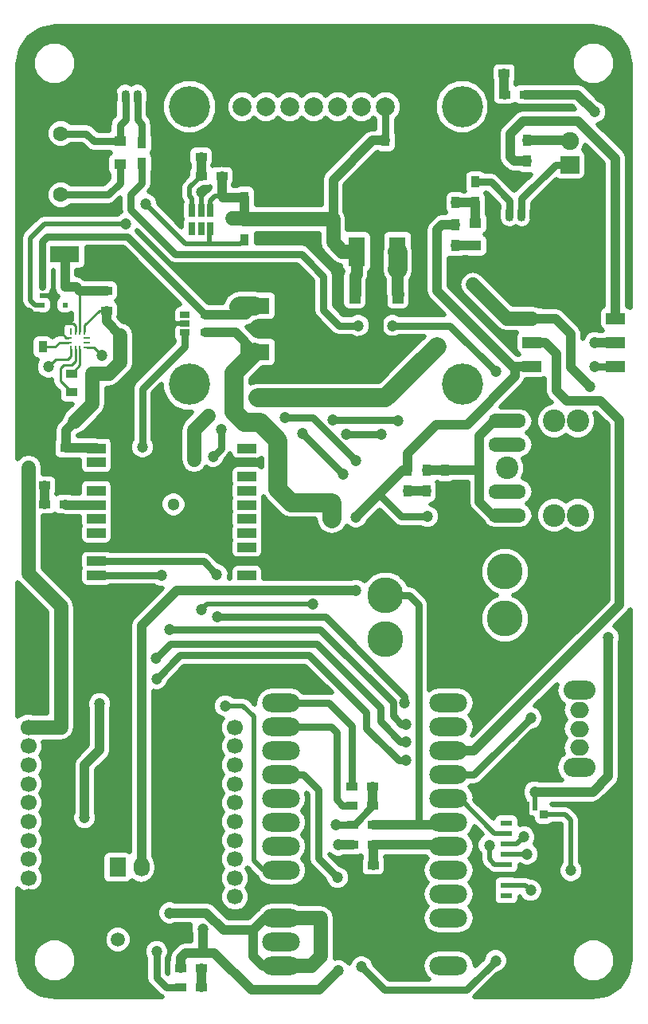
<source format=gtl>
G04 #@! TF.FileFunction,Copper,L1,Top,Signal*
%FSLAX46Y46*%
G04 Gerber Fmt 4.6, Leading zero omitted, Abs format (unit mm)*
G04 Created by KiCad (PCBNEW 4.0.0-rc1-stable) date 30.3.2016 9:53:02*
%MOMM*%
G01*
G04 APERTURE LIST*
%ADD10C,0.150000*%
%ADD11O,4.000000X2.000000*%
%ADD12R,2.000000X1.900000*%
%ADD13C,1.900000*%
%ADD14O,4.000000X1.500000*%
%ADD15C,2.400000*%
%ADD16O,1.500000X4.000000*%
%ADD17C,1.600000*%
%ADD18R,0.250000X0.700000*%
%ADD19R,0.650000X0.275000*%
%ADD20C,1.700000*%
%ADD21R,2.000000X1.200000*%
%ADD22R,2.000000X1.100000*%
%ADD23R,1.250000X0.600000*%
%ADD24R,3.790000X1.200000*%
%ADD25R,1.400000X1.450000*%
%ADD26R,0.600000X1.000000*%
%ADD27R,0.850000X0.950000*%
%ADD28O,3.400000X2.000000*%
%ADD29O,2.000000X1.700000*%
%ADD30C,2.000000*%
%ADD31C,4.375000*%
%ADD32C,1.500000*%
%ADD33R,1.727200X2.032000*%
%ADD34O,1.727200X2.032000*%
%ADD35R,1.200000X0.900000*%
%ADD36R,0.900000X1.200000*%
%ADD37O,0.899160X1.501140*%
%ADD38R,4.000000X2.500000*%
%ADD39R,1.200000X2.000000*%
%ADD40R,0.650000X1.400000*%
%ADD41R,0.600000X0.500000*%
%ADD42R,1.800860X3.149600*%
%ADD43R,3.149600X1.800860*%
%ADD44R,1.060000X0.650000*%
%ADD45R,1.270000X1.117600*%
%ADD46C,3.800000*%
%ADD47R,2.000000X1.000000*%
%ADD48C,1.300000*%
%ADD49C,1.200000*%
%ADD50C,0.750000*%
%ADD51C,0.500000*%
%ADD52C,1.000000*%
%ADD53C,2.000000*%
%ADD54C,1.500000*%
%ADD55C,0.275000*%
%ADD56C,1.250000*%
G04 APERTURE END LIST*
D10*
D11*
X24100000Y-67960000D03*
X24100000Y-70500000D03*
X24100000Y-73040000D03*
X24100000Y-80660000D03*
X24100000Y-78120000D03*
X24100000Y-75580000D03*
X24100000Y-83200000D03*
X24100000Y-85740000D03*
X24100000Y-88280000D03*
X24100000Y-90820000D03*
X24100000Y-93360000D03*
X24100000Y-95900000D03*
X41900000Y-67960000D03*
X41900000Y-70500000D03*
X41900000Y-73040000D03*
X41900000Y-75580000D03*
X41900000Y-78120000D03*
X41900000Y-80660000D03*
X41900000Y-83200000D03*
X41900000Y-85740000D03*
X41900000Y-88280000D03*
X41900000Y-90820000D03*
X41900000Y-93360000D03*
X41900000Y-95900000D03*
D12*
X54800000Y-10750000D03*
D13*
X54800000Y-8210000D03*
D14*
X48150000Y-38000000D03*
X48150000Y-40500000D03*
X48150000Y-45500000D03*
D15*
X53150000Y-38000000D03*
X55650000Y-38000000D03*
X55650000Y-48000000D03*
X53150000Y-48000000D03*
X48150000Y-43000000D03*
D16*
X53150000Y-43000000D03*
D14*
X48150000Y-48000000D03*
D17*
X650000Y-7450000D03*
X650000Y-13950000D03*
D18*
X2200000Y-30350000D03*
X2700000Y-30350000D03*
X2700000Y-28450000D03*
X2200000Y-28450000D03*
D19*
X3400000Y-29650000D03*
X3400000Y-29150000D03*
X3400000Y-30150000D03*
D18*
X3200000Y-28450000D03*
X1700000Y-30350000D03*
X1700000Y-28450000D03*
D19*
X1500000Y-29650000D03*
X1500000Y-29150000D03*
D20*
X19200000Y-88550000D03*
X19200000Y-86550000D03*
X19200000Y-84550000D03*
X19200000Y-82550000D03*
X19200000Y-80550000D03*
X19200000Y-78550000D03*
X19200000Y-76550000D03*
X19200000Y-74550000D03*
X19200000Y-72550000D03*
X19200000Y-70550000D03*
X-2800000Y-88550000D03*
X-2800000Y-86550000D03*
X-2800000Y-78550000D03*
X-2800000Y-80550000D03*
X-2800000Y-82550000D03*
X-2800000Y-84550000D03*
X-2800000Y-76550000D03*
X-2800000Y-74550000D03*
X-2800000Y-72550000D03*
X-2800000Y-70550000D03*
D21*
X50750000Y-32180000D03*
X59650000Y-32180000D03*
X59650000Y-29640000D03*
X59650000Y-27100000D03*
X50750000Y-29640000D03*
D22*
X50750000Y-27100000D03*
D23*
X48050000Y-80700000D03*
X48050000Y-81800000D03*
X48050000Y-82900000D03*
X48050000Y-84000000D03*
X48050000Y-85100000D03*
X48050000Y-86200000D03*
X48050000Y-87300000D03*
X48050000Y-88400000D03*
D24*
X50555000Y-89850000D03*
D25*
X49800000Y-79075000D03*
D26*
X51050000Y-78850000D03*
D27*
X52025000Y-79775000D03*
D28*
X55800000Y-74800000D03*
D29*
X55800000Y-70700000D03*
X55800000Y-68700000D03*
X55800000Y-72700000D03*
D28*
X55800000Y-66600000D03*
D30*
X37740000Y-4600000D03*
X35200000Y-4600000D03*
X32660000Y-4600000D03*
X30120000Y-4600000D03*
X27580000Y-4600000D03*
X25040000Y-4600000D03*
X22500000Y-4600000D03*
D31*
X43355000Y-34100000D03*
X14350000Y-34100000D03*
X43355000Y-4600000D03*
X14350000Y-4600000D03*
D30*
X19960000Y-4600000D03*
D32*
X8750000Y-93100000D03*
X6750000Y-93100000D03*
D33*
X6700000Y-85400000D03*
D34*
X9240000Y-85400000D03*
X11780000Y-85400000D03*
D35*
X15600000Y-96150000D03*
X13400000Y-96150000D03*
X50000000Y-1050000D03*
X47800000Y-1050000D03*
X2900000Y-70550000D03*
X700000Y-70550000D03*
X30550000Y-90850000D03*
X28350000Y-90850000D03*
X7700000Y-26250000D03*
X5500000Y-26250000D03*
X7700000Y-24150000D03*
X5500000Y-24150000D03*
D36*
X20225000Y-12025000D03*
X20225000Y-14225000D03*
X-1275000Y-30125000D03*
X-1275000Y-27925000D03*
X35200000Y-10400000D03*
X35200000Y-8200000D03*
X42650000Y-14800000D03*
X42650000Y-12600000D03*
X37550000Y-45450000D03*
X37550000Y-43250000D03*
D37*
X49670000Y-16000000D03*
X50940000Y-16000000D03*
X48400000Y-16000000D03*
D35*
X17775000Y-11975000D03*
X15575000Y-11975000D03*
X17775000Y-9925000D03*
X15575000Y-9925000D03*
D36*
X20225000Y-16525000D03*
X20225000Y-18725000D03*
D35*
X31650000Y-76800000D03*
X33850000Y-76800000D03*
X31650000Y-78850000D03*
X33850000Y-78850000D03*
X1800000Y-32950000D03*
X4000000Y-32950000D03*
X1800000Y-34950000D03*
X4000000Y-34950000D03*
X31700000Y-80850000D03*
X33900000Y-80850000D03*
X31700000Y-83050000D03*
X33900000Y-83050000D03*
X33900000Y-85200000D03*
X31700000Y-85200000D03*
D36*
X50250000Y-8200000D03*
X50250000Y-10400000D03*
D35*
X47850000Y-3300000D03*
X50050000Y-3300000D03*
D36*
X42650000Y-17150000D03*
X42650000Y-19350000D03*
X44750000Y-12600000D03*
X44750000Y-14800000D03*
X39550000Y-45450000D03*
X39550000Y-43250000D03*
X41550000Y-43250000D03*
X41550000Y-45450000D03*
D35*
X15600000Y-98200000D03*
X13400000Y-98200000D03*
D38*
X34225000Y-30175000D03*
D39*
X31925000Y-24475000D03*
X36525000Y-24475000D03*
X34225000Y-24475000D03*
D40*
X14625000Y-17575000D03*
X15575000Y-17575000D03*
X16525000Y-17575000D03*
X14625000Y-15575000D03*
X16525000Y-15575000D03*
X15575000Y-15575000D03*
D41*
X1100000Y-25650000D03*
X1100000Y-23750000D03*
X-1300000Y-25650000D03*
X-1300000Y-24700000D03*
X-1300000Y-23750000D03*
D42*
X36475000Y-15749020D03*
X36475000Y-20000980D03*
X32125000Y-15749020D03*
X32125000Y-20000980D03*
D43*
X5325980Y-20300000D03*
X1074020Y-20300000D03*
X25575980Y-30650000D03*
X21324020Y-30650000D03*
X25575980Y-25750000D03*
X21324020Y-25750000D03*
D44*
X13850000Y-26700000D03*
X13850000Y-27650000D03*
X13850000Y-28600000D03*
X16050000Y-28600000D03*
X16050000Y-26700000D03*
D45*
X44750000Y-16930800D03*
X44750000Y-19369200D03*
D46*
X47900000Y-54000000D03*
X47900000Y-59000000D03*
X35200000Y-61200000D03*
X35200000Y-51800000D03*
X35200000Y-56500000D03*
D35*
X-1000000Y-40850000D03*
X1200000Y-40850000D03*
X1150000Y-44850000D03*
X-1050000Y-44850000D03*
X-1050000Y-46850000D03*
X1150000Y-46850000D03*
D47*
X4450000Y-54400000D03*
X4450000Y-52900000D03*
X4450000Y-51400000D03*
X4450000Y-49900000D03*
X4450000Y-48400000D03*
X4450000Y-46900000D03*
X4450000Y-45400000D03*
X4450000Y-43900000D03*
X4450000Y-42400000D03*
X4450000Y-40900000D03*
X20450000Y-40900000D03*
X20450000Y-42400000D03*
X20450000Y-43900000D03*
X20450000Y-45400000D03*
X20450000Y-46900000D03*
X20450000Y-48400000D03*
X20450000Y-49900000D03*
X20450000Y-51400000D03*
X20450000Y-52900000D03*
X20450000Y-54400000D03*
D48*
X12650000Y-46850000D03*
D45*
X6950000Y-10719200D03*
X6950000Y-8280800D03*
D37*
X7530000Y-3550000D03*
X6260000Y-3550000D03*
X8800000Y-3550000D03*
D36*
X9300000Y-10650000D03*
X9300000Y-8450000D03*
D49*
X4350000Y-61650000D03*
X-2000000Y-61650000D03*
X59900000Y-91050000D03*
X53100000Y-97800000D03*
X32750000Y-89900000D03*
X34225000Y-30175000D03*
X11750000Y-49100000D03*
X15600000Y-13700000D03*
X17775000Y-8525000D03*
X53550000Y-82700000D03*
X11150000Y-25050000D03*
X13950000Y-22250000D03*
X31950000Y-7400000D03*
X-2800000Y-26550000D03*
X5325980Y-20300000D03*
X52550000Y-1050000D03*
X42650000Y-10950000D03*
X56900000Y-34300000D03*
X58900000Y-61000000D03*
X29950000Y-80850000D03*
X12250000Y-90250000D03*
X3200000Y-80150000D03*
X4800000Y-68000000D03*
X700000Y-68000000D03*
X44500000Y-23500000D03*
X32150000Y-20000000D03*
X2150000Y-38050000D03*
X-2750000Y-42950000D03*
X7000000Y-28900000D03*
X18950000Y-16500000D03*
X51050000Y-77400000D03*
X50250000Y-84000000D03*
X30200000Y-96400000D03*
X30200000Y-83050000D03*
X15750000Y-91950000D03*
X14850000Y-42150000D03*
X16350000Y-37450000D03*
X36475000Y-20000980D03*
X36500000Y-21900000D03*
X40700000Y-30050000D03*
X39400000Y-31350000D03*
X23500000Y-35550000D03*
X21650000Y-35550000D03*
X19600000Y-25850000D03*
X21324020Y-25750000D03*
X29500000Y-46650000D03*
X29500000Y-48400000D03*
X50630000Y-69540000D03*
X39670000Y-48140000D03*
X32000000Y-56000000D03*
X32050000Y-48200000D03*
X9700000Y-14950000D03*
X7600000Y-17050000D03*
X-650000Y-32250000D03*
X16850000Y-41750000D03*
X5050000Y-31050000D03*
X17690000Y-38860000D03*
X57450000Y-29650000D03*
X57450000Y-5150000D03*
X10850000Y-94350000D03*
X9350000Y-40750000D03*
X37410000Y-74070000D03*
X10840000Y-65380000D03*
X10760000Y-63170000D03*
X37410000Y-72050000D03*
X29560000Y-37880000D03*
X36530000Y-37990000D03*
X31010000Y-39400000D03*
X34740000Y-39400000D03*
X18130000Y-68260000D03*
X15650000Y-58000000D03*
X27500000Y-57460000D03*
X46220000Y-83060000D03*
X30680000Y-43670000D03*
X26350000Y-39340000D03*
X49890000Y-82140000D03*
X32020000Y-42190000D03*
X24490000Y-37650000D03*
X50630000Y-87850000D03*
X46900000Y-95330000D03*
X30100000Y-86510000D03*
X32650000Y-95980000D03*
X54910000Y-85760000D03*
X37400000Y-70200000D03*
X11390000Y-54410000D03*
X12260000Y-60160000D03*
X37230000Y-67960000D03*
X17260000Y-54330000D03*
X17270000Y-58820000D03*
X35950000Y-27850000D03*
X57450000Y-32200000D03*
X46950000Y-32750000D03*
X32300000Y-27850000D03*
D50*
X3000000Y-61650000D02*
X4350000Y-61650000D01*
X3000000Y-61650000D02*
X2900000Y-61750000D01*
X50555000Y-89850000D02*
X51755000Y-91050000D01*
X51755000Y-91050000D02*
X59900000Y-91050000D01*
X48540000Y-93360000D02*
X52980000Y-97800000D01*
X52980000Y-97800000D02*
X53100000Y-97800000D01*
X30550000Y-90850000D02*
X31800000Y-90850000D01*
X31800000Y-90850000D02*
X32750000Y-89900000D01*
X10500000Y-43900000D02*
X10500000Y-47850000D01*
X10500000Y-47850000D02*
X11750000Y-49100000D01*
D51*
X15575000Y-13725000D02*
X15575000Y-15575000D01*
X15575000Y-13725000D02*
X15600000Y-13700000D01*
D52*
X17775000Y-9925000D02*
X17775000Y-8525000D01*
X31700000Y-85200000D02*
X31700000Y-88250000D01*
X31700000Y-88250000D02*
X30550000Y-89400000D01*
D51*
X52150000Y-86200000D02*
X53550000Y-84800000D01*
X53550000Y-84800000D02*
X53550000Y-82700000D01*
X52150000Y-86200000D02*
X52150000Y-89000000D01*
X52150000Y-89000000D02*
X51300000Y-89850000D01*
X51300000Y-89850000D02*
X50555000Y-89850000D01*
X48050000Y-86200000D02*
X52150000Y-86200000D01*
D52*
X41900000Y-93360000D02*
X48540000Y-93360000D01*
X50555000Y-91345000D02*
X50555000Y-89850000D01*
X48540000Y-93360000D02*
X50555000Y-91345000D01*
X24100000Y-88280000D02*
X22470000Y-88280000D01*
X22470000Y-88280000D02*
X20250000Y-90500000D01*
X15400000Y-87450000D02*
X11780000Y-87450000D01*
X18450000Y-90500000D02*
X15400000Y-87450000D01*
X20250000Y-90500000D02*
X18450000Y-90500000D01*
X2900000Y-70550000D02*
X2900000Y-61750000D01*
X2900000Y-61750000D02*
X2900000Y-56100000D01*
X2800000Y-51400000D02*
X4450000Y-51400000D01*
X1950000Y-52250000D02*
X2800000Y-51400000D01*
X1950000Y-55150000D02*
X1950000Y-52250000D01*
X2900000Y-56100000D02*
X1950000Y-55150000D01*
D50*
X49800000Y-79075000D02*
X49800000Y-79700000D01*
X49800000Y-79700000D02*
X52800000Y-82700000D01*
X52800000Y-82700000D02*
X53550000Y-82700000D01*
D52*
X7700000Y-25050000D02*
X11150000Y-25050000D01*
X25575980Y-23625980D02*
X25575980Y-25750000D01*
X24200000Y-22250000D02*
X13950000Y-22250000D01*
X25575980Y-23625980D02*
X24200000Y-22250000D01*
X7700000Y-25050000D02*
X7800000Y-25050000D01*
X7800000Y-25050000D02*
X7700000Y-25050000D01*
X-1275000Y-27925000D02*
X-2800000Y-27925000D01*
X-2325000Y-27925000D02*
X-1275000Y-27925000D01*
X-2800000Y-27925000D02*
X-2325000Y-27925000D01*
X-1000000Y-40850000D02*
X-1000000Y-34350000D01*
X-2800000Y-32550000D02*
X-2800000Y-26550000D01*
X-1000000Y-34350000D02*
X-2800000Y-32550000D01*
X34225000Y-24475000D02*
X34225000Y-15749020D01*
X34200000Y-15750000D02*
X34200000Y-15749020D01*
X34224020Y-15750000D02*
X34200000Y-15750000D01*
X34225000Y-15749020D02*
X34224020Y-15750000D01*
X29425000Y-9925000D02*
X31950000Y-7400000D01*
X17775000Y-9925000D02*
X19775000Y-9925000D01*
X20300000Y-9925000D02*
X29425000Y-9925000D01*
X19775000Y-9925000D02*
X20300000Y-9925000D01*
X-2800000Y-26550000D02*
X-2800000Y-27450000D01*
X7250000Y-20300000D02*
X7700000Y-20750000D01*
X7700000Y-24150000D02*
X7700000Y-20750000D01*
X5325980Y-20300000D02*
X7250000Y-20300000D01*
X36475000Y-15749020D02*
X38050980Y-15749020D01*
X41200000Y-12600000D02*
X42650000Y-12600000D01*
X38050980Y-15749020D02*
X41200000Y-12600000D01*
X35150000Y-12000000D02*
X35200000Y-12000000D01*
X35175000Y-12000000D02*
X35150000Y-12000000D01*
X35200000Y-12025000D02*
X35175000Y-12000000D01*
X35200000Y-10400000D02*
X35200000Y-12000000D01*
X35200000Y-12000000D02*
X35200000Y-15749020D01*
X35200000Y-15749020D02*
X35200000Y-15800000D01*
X35200000Y-15800000D02*
X35200000Y-15749020D01*
D53*
X32125000Y-15749020D02*
X34200000Y-15749020D01*
X34200000Y-15749020D02*
X35200000Y-15749020D01*
X35200000Y-15749020D02*
X36475000Y-15749020D01*
D54*
X34225000Y-24475000D02*
X34225000Y-30175000D01*
D53*
X25575980Y-30650000D02*
X33750000Y-30650000D01*
X33750000Y-30650000D02*
X34225000Y-30175000D01*
X25575980Y-25750000D02*
X25575980Y-30650000D01*
D52*
X50000000Y-1050000D02*
X52550000Y-1050000D01*
D50*
X42650000Y-12600000D02*
X42650000Y-10950000D01*
D52*
X41550000Y-45450000D02*
X41550000Y-51800000D01*
X41500000Y-51750000D02*
X41500000Y-51800000D01*
X41550000Y-51800000D02*
X41500000Y-51750000D01*
X35200000Y-51800000D02*
X41500000Y-51800000D01*
X41500000Y-51800000D02*
X45450000Y-51800000D01*
X55150000Y-43000000D02*
X53150000Y-43000000D01*
X58100000Y-45950000D02*
X55150000Y-43000000D01*
X58100000Y-49300000D02*
X58100000Y-45950000D01*
X56700000Y-50700000D02*
X58100000Y-49300000D01*
X46550000Y-50700000D02*
X56700000Y-50700000D01*
X45450000Y-51800000D02*
X46550000Y-50700000D01*
D50*
X35200000Y-10400000D02*
X36950000Y-10400000D01*
X36950000Y-10400000D02*
X37740000Y-9610000D01*
X37740000Y-9610000D02*
X37740000Y-4600000D01*
D52*
X20225000Y-10375000D02*
X20225000Y-12025000D01*
X20450000Y-52900000D02*
X34100000Y-52900000D01*
X34100000Y-52900000D02*
X35200000Y-51800000D01*
D55*
X2200000Y-28450000D02*
X2200000Y-27850000D01*
X275000Y-27650000D02*
X0Y-27925000D01*
X2000000Y-27650000D02*
X275000Y-27650000D01*
X2200000Y-27850000D02*
X2000000Y-27650000D01*
X1500000Y-29150000D02*
X1225000Y-29150000D01*
X1225000Y-29150000D02*
X0Y-27925000D01*
D51*
X0Y-25100000D02*
X0Y-27925000D01*
X-400000Y-24700000D02*
X0Y-25100000D01*
X-1300000Y-24700000D02*
X-400000Y-24700000D01*
D52*
X0Y-27925000D02*
X-1275000Y-27925000D01*
D51*
X13850000Y-27650000D02*
X8400000Y-27650000D01*
D52*
X7700000Y-26950000D02*
X7700000Y-26250000D01*
X8400000Y-27650000D02*
X7700000Y-26950000D01*
X7700000Y-24150000D02*
X7700000Y-25050000D01*
X7700000Y-25050000D02*
X7700000Y-26250000D01*
X4450000Y-43900000D02*
X10500000Y-43900000D01*
X10500000Y-43900000D02*
X16650000Y-43900000D01*
X16650000Y-43900000D02*
X16950000Y-44200000D01*
X20450000Y-42400000D02*
X18750000Y-42400000D01*
X18750000Y-42400000D02*
X16950000Y-44200000D01*
X16950000Y-44200000D02*
X16950000Y-51400000D01*
X4450000Y-51400000D02*
X16950000Y-51400000D01*
X18450000Y-52900000D02*
X20450000Y-52900000D01*
X16950000Y-51400000D02*
X18450000Y-52900000D01*
X-1000000Y-40850000D02*
X-1000000Y-41350000D01*
X-1000000Y-41350000D02*
X1825000Y-44175000D01*
X1150000Y-44850000D02*
X1825000Y-44175000D01*
X1825000Y-44175000D02*
X2100000Y-43900000D01*
X2100000Y-43900000D02*
X4450000Y-43900000D01*
D54*
X30550000Y-90850000D02*
X30550000Y-92450000D01*
X31460000Y-93360000D02*
X41900000Y-93360000D01*
X30550000Y-92450000D02*
X31460000Y-93360000D01*
X24100000Y-88280000D02*
X29300000Y-88280000D01*
X29300000Y-88280000D02*
X29430000Y-88280000D01*
X30550000Y-89400000D02*
X30550000Y-90850000D01*
X29430000Y-88280000D02*
X30550000Y-89400000D01*
D52*
X2900000Y-70550000D02*
X2900000Y-71900000D01*
X-200000Y-75000000D02*
X-200000Y-88550000D01*
X2900000Y-71900000D02*
X-200000Y-75000000D01*
D54*
X8750000Y-93100000D02*
X8750000Y-88550000D01*
X8750000Y-88550000D02*
X8750000Y-88600000D01*
X8750000Y-88600000D02*
X8750000Y-88550000D01*
X-2800000Y-88550000D02*
X-200000Y-88550000D01*
X-200000Y-88550000D02*
X8750000Y-88550000D01*
X8750000Y-88550000D02*
X10800000Y-88550000D01*
X11780000Y-87570000D02*
X11780000Y-87450000D01*
X11780000Y-87450000D02*
X11780000Y-85400000D01*
X10800000Y-88550000D02*
X11780000Y-87570000D01*
D52*
X36475000Y-15749020D02*
X36699020Y-15749020D01*
X34250000Y-30150000D02*
X34225000Y-30175000D01*
D50*
X650000Y-13950000D02*
X5700000Y-13950000D01*
X6950000Y-12700000D02*
X6950000Y-10719200D01*
X5700000Y-13950000D02*
X6950000Y-12700000D01*
D52*
X56900000Y-34300000D02*
X54900000Y-32300000D01*
X51050000Y-77400000D02*
X57250000Y-77400000D01*
X58900000Y-75750000D02*
X58900000Y-61000000D01*
X57250000Y-77400000D02*
X58900000Y-75750000D01*
X53250000Y-27100000D02*
X50750000Y-27100000D01*
X54900000Y-28750000D02*
X53250000Y-27100000D01*
X54900000Y-32300000D02*
X54900000Y-28750000D01*
D50*
X31700000Y-80850000D02*
X29950000Y-80850000D01*
D52*
X21150000Y-92050000D02*
X21150000Y-94900000D01*
X21150000Y-94900000D02*
X22150000Y-95900000D01*
X22150000Y-95900000D02*
X24100000Y-95900000D01*
X12250000Y-90250000D02*
X16150000Y-90250000D01*
X21150000Y-92050000D02*
X22380000Y-90820000D01*
X17950000Y-92050000D02*
X21150000Y-92050000D01*
X16150000Y-90250000D02*
X17950000Y-92050000D01*
X22380000Y-90820000D02*
X24100000Y-90820000D01*
X3200000Y-80150000D02*
X3200000Y-74550000D01*
X4800000Y-68000000D02*
X4800000Y-72950000D01*
X3200000Y-74550000D02*
X4800000Y-72950000D01*
D54*
X48100000Y-27100000D02*
X44500000Y-23500000D01*
X48100000Y-27100000D02*
X50750000Y-27100000D01*
D52*
X32149020Y-20000980D02*
X32150000Y-20000000D01*
D54*
X4000000Y-34950000D02*
X4000000Y-36200000D01*
X4000000Y-36200000D02*
X2150000Y-38050000D01*
D52*
X2150000Y-38050000D02*
X1200000Y-39000000D01*
X1200000Y-39000000D02*
X1200000Y-40850000D01*
D54*
X700000Y-57700000D02*
X-2750000Y-54250000D01*
X-2750000Y-54250000D02*
X-2750000Y-42950000D01*
X700000Y-70550000D02*
X700000Y-68000000D01*
X700000Y-68000000D02*
X700000Y-57700000D01*
D52*
X32149020Y-20000980D02*
X32125000Y-20000980D01*
X29625000Y-16525000D02*
X29625000Y-12375000D01*
X33800000Y-8200000D02*
X35200000Y-8200000D01*
X29625000Y-12375000D02*
X33800000Y-8200000D01*
D54*
X25625000Y-16525000D02*
X29625000Y-16525000D01*
X20225000Y-16525000D02*
X25625000Y-16525000D01*
X29625000Y-19025000D02*
X30600980Y-20000980D01*
X29625000Y-16525000D02*
X29625000Y-19025000D01*
X4000000Y-32950000D02*
X5800000Y-32950000D01*
X7000000Y-31750000D02*
X7000000Y-28900000D01*
X5800000Y-32950000D02*
X7000000Y-31750000D01*
X20200000Y-16500000D02*
X18950000Y-16500000D01*
D52*
X5500000Y-27400000D02*
X5500000Y-26250000D01*
X5500000Y-27400000D02*
X7000000Y-28900000D01*
X20200000Y-16500000D02*
X20225000Y-16525000D01*
D54*
X30600980Y-20000980D02*
X32125000Y-20000980D01*
D56*
X32125000Y-20000980D02*
X32125000Y-22375000D01*
X32125000Y-22375000D02*
X31925000Y-22575000D01*
X31925000Y-22575000D02*
X31925000Y-24475000D01*
D50*
X35200000Y-4600000D02*
X35200000Y-8200000D01*
D51*
X16525000Y-15575000D02*
X16525000Y-14625000D01*
X17050000Y-14100000D02*
X17775000Y-14100000D01*
X16525000Y-14625000D02*
X17050000Y-14100000D01*
D52*
X17775000Y-11975000D02*
X17775000Y-14100000D01*
X17775000Y-14100000D02*
X17775000Y-14125000D01*
X17875000Y-14225000D02*
X20225000Y-14225000D01*
X17775000Y-14125000D02*
X17875000Y-14225000D01*
X20225000Y-14225000D02*
X20225000Y-16525000D01*
D51*
X51050000Y-77400000D02*
X51050000Y-78850000D01*
D52*
X33850000Y-78850000D02*
X33850000Y-76800000D01*
D50*
X31700000Y-80850000D02*
X31850000Y-80850000D01*
X31850000Y-80850000D02*
X33850000Y-78850000D01*
D55*
X3200000Y-28450000D02*
X3200000Y-27800000D01*
X3200000Y-27800000D02*
X4750000Y-26250000D01*
X4750000Y-26250000D02*
X5500000Y-26250000D01*
D54*
X4000000Y-32950000D02*
X4000000Y-34950000D01*
D52*
X1200000Y-40850000D02*
X4400000Y-40850000D01*
X4400000Y-40850000D02*
X4450000Y-40900000D01*
D54*
X24100000Y-95900000D02*
X27300000Y-95900000D01*
X28350000Y-94850000D02*
X28350000Y-90850000D01*
X27300000Y-95900000D02*
X28350000Y-94850000D01*
X24100000Y-90820000D02*
X28320000Y-90820000D01*
X28320000Y-90820000D02*
X28350000Y-90850000D01*
D51*
X50250000Y-84000000D02*
X48050000Y-84000000D01*
D54*
X-2800000Y-70550000D02*
X700000Y-70550000D01*
D52*
X31700000Y-83050000D02*
X30200000Y-83050000D01*
X17000000Y-94500000D02*
X15750000Y-94500000D01*
X20950000Y-98450000D02*
X17000000Y-94500000D01*
X28150000Y-98450000D02*
X20950000Y-98450000D01*
X30200000Y-96400000D02*
X28150000Y-98450000D01*
X15750000Y-91950000D02*
X15750000Y-94500000D01*
D54*
X14850000Y-38950000D02*
X14850000Y-42150000D01*
X16350000Y-37450000D02*
X14850000Y-38950000D01*
D52*
X15750000Y-94500000D02*
X15750000Y-94550000D01*
X15750000Y-94550000D02*
X15750000Y-94500000D01*
D53*
X36500000Y-21900000D02*
X36500000Y-20025980D01*
X36500000Y-20025980D02*
X36475000Y-20000980D01*
X36500000Y-21900000D02*
X36475000Y-21900000D01*
X36475000Y-21900000D02*
X36500000Y-21900000D01*
X36500000Y-21900000D02*
X36475000Y-21900000D01*
X23500000Y-35550000D02*
X35200000Y-35550000D01*
X39400000Y-31350000D02*
X35200000Y-35550000D01*
X40700000Y-30050000D02*
X39400000Y-31350000D01*
X23500000Y-35550000D02*
X21650000Y-35550000D01*
X19700000Y-25750000D02*
X19600000Y-25850000D01*
X21324020Y-25750000D02*
X19700000Y-25750000D01*
D52*
X20374020Y-26700000D02*
X21324020Y-25750000D01*
X16050000Y-26700000D02*
X20374020Y-26700000D01*
D50*
X-1300000Y-23750000D02*
X-1300000Y-18900000D01*
X7750000Y-18400000D02*
X16050000Y-26700000D01*
X-800000Y-18400000D02*
X7750000Y-18400000D01*
X-1300000Y-18900000D02*
X-800000Y-18400000D01*
D56*
X36475000Y-20000980D02*
X36475000Y-21900000D01*
X36475000Y-21900000D02*
X36475000Y-24425000D01*
X36475000Y-24425000D02*
X36525000Y-24475000D01*
D52*
X13400000Y-95050000D02*
X13400000Y-96150000D01*
X15750000Y-94500000D02*
X13950000Y-94500000D01*
X13950000Y-94500000D02*
X13400000Y-95050000D01*
X36550000Y-24500000D02*
X36525000Y-24475000D01*
X36500000Y-24500000D02*
X36525000Y-24475000D01*
X1100000Y-23750000D02*
X1100000Y-20325980D01*
X1100000Y-20325980D02*
X1074020Y-20300000D01*
X1100000Y-23750000D02*
X2300000Y-23750000D01*
X2300000Y-23750000D02*
X2700000Y-24150000D01*
X5500000Y-24150000D02*
X2700000Y-24150000D01*
D55*
X2700000Y-28450000D02*
X2700000Y-24150000D01*
X-1275000Y-30125000D02*
X25000Y-30125000D01*
X500000Y-29650000D02*
X1500000Y-29650000D01*
X25000Y-30125000D02*
X500000Y-29650000D01*
D53*
X23770000Y-40920000D02*
X23770000Y-45270000D01*
X23770000Y-40920000D02*
X23770000Y-40070000D01*
X23770000Y-40070000D02*
X21850000Y-38150000D01*
X19100000Y-35400000D02*
X19100000Y-37050000D01*
X19100000Y-35400000D02*
X19100000Y-32874020D01*
X21324020Y-30650000D02*
X19100000Y-32874020D01*
X20200000Y-38150000D02*
X21850000Y-38150000D01*
X19100000Y-37050000D02*
X20200000Y-38150000D01*
X25150000Y-46650000D02*
X29500000Y-46650000D01*
X23770000Y-45270000D02*
X25150000Y-46650000D01*
X29500000Y-48400000D02*
X29500000Y-46650000D01*
D52*
X16050000Y-28600000D02*
X19274020Y-28600000D01*
X19274020Y-28600000D02*
X21324020Y-30650000D01*
X44750000Y-14800000D02*
X44750000Y-16930800D01*
X42650000Y-14800000D02*
X44750000Y-14800000D01*
X37550000Y-45450000D02*
X39550000Y-45450000D01*
D50*
X39670000Y-48140000D02*
X36880000Y-48140000D01*
X44590000Y-75580000D02*
X50630000Y-69540000D01*
X41900000Y-75580000D02*
X44590000Y-75580000D01*
X36880000Y-48140000D02*
X34495000Y-45755000D01*
D52*
X9240000Y-59760000D02*
X13000000Y-56000000D01*
X13000000Y-56000000D02*
X31450000Y-56000000D01*
X9240000Y-85400000D02*
X9240000Y-76660000D01*
X9240000Y-76660000D02*
X9240000Y-59760000D01*
X32000000Y-56000000D02*
X31450000Y-56000000D01*
X37550000Y-43250000D02*
X37000000Y-43250000D01*
X32050000Y-48200000D02*
X34495000Y-45755000D01*
X34495000Y-45755000D02*
X37000000Y-43250000D01*
X37550000Y-43250000D02*
X37550000Y-41400000D01*
X48950000Y-33250000D02*
X48950000Y-32180000D01*
X43850000Y-38350000D02*
X48950000Y-33250000D01*
X40600000Y-38350000D02*
X43850000Y-38350000D01*
X37550000Y-41400000D02*
X40600000Y-38350000D01*
X42650000Y-17150000D02*
X41200000Y-17150000D01*
X48680000Y-32180000D02*
X48950000Y-32180000D01*
X48950000Y-32180000D02*
X50750000Y-32180000D01*
X40700000Y-24200000D02*
X48680000Y-32180000D01*
X40700000Y-17650000D02*
X40700000Y-24200000D01*
X41200000Y-17150000D02*
X40700000Y-17650000D01*
X42650000Y-19350000D02*
X44730800Y-19350000D01*
X44730800Y-19350000D02*
X44750000Y-19369200D01*
D50*
X44750000Y-12600000D02*
X46400000Y-12600000D01*
X48400000Y-14600000D02*
X48400000Y-16000000D01*
X46400000Y-12600000D02*
X48400000Y-14600000D01*
D51*
X14625000Y-15575000D02*
X14625000Y-14325000D01*
X14350000Y-13200000D02*
X15575000Y-11975000D01*
X14350000Y-14050000D02*
X14350000Y-13200000D01*
X14625000Y-14325000D02*
X14350000Y-14050000D01*
D52*
X15575000Y-9925000D02*
X15575000Y-11975000D01*
D51*
X16525000Y-17575000D02*
X16500000Y-17600000D01*
X16500000Y-17600000D02*
X16500000Y-19200000D01*
X9700000Y-14950000D02*
X13950000Y-19200000D01*
X-1300000Y-25650000D02*
X-2100000Y-25650000D01*
X-1100000Y-17050000D02*
X7600000Y-17050000D01*
X-2600000Y-18550000D02*
X-1100000Y-17050000D01*
X-2600000Y-25150000D02*
X-2600000Y-18550000D01*
X-2100000Y-25650000D02*
X-2600000Y-25150000D01*
X19750000Y-19200000D02*
X20225000Y-18725000D01*
X13950000Y-19200000D02*
X16500000Y-19200000D01*
X16500000Y-19200000D02*
X19750000Y-19200000D01*
D50*
X29060000Y-67960000D02*
X29200000Y-67960000D01*
X29200000Y-67960000D02*
X31650000Y-70410000D01*
D55*
X1700000Y-31100000D02*
X1350000Y-31450000D01*
X1350000Y-31450000D02*
X150000Y-31450000D01*
X150000Y-31450000D02*
X-650000Y-32250000D01*
X1700000Y-30350000D02*
X1700000Y-31100000D01*
D50*
X24100000Y-67960000D02*
X29060000Y-67960000D01*
X31650000Y-70410000D02*
X31650000Y-76800000D01*
X17690000Y-40910000D02*
X16850000Y-41750000D01*
D55*
X4150000Y-30150000D02*
X5050000Y-31050000D01*
X3400000Y-30150000D02*
X4150000Y-30150000D01*
D50*
X17690000Y-38860000D02*
X17690000Y-40910000D01*
X24100000Y-70500000D02*
X29380000Y-70500000D01*
X30610000Y-78850000D02*
X31650000Y-78850000D01*
X29980000Y-78220000D02*
X30610000Y-78850000D01*
X29980000Y-71100000D02*
X29980000Y-78220000D01*
X29380000Y-70500000D02*
X29980000Y-71100000D01*
D55*
X2700000Y-30350000D02*
X2700000Y-32050000D01*
X2700000Y-32050000D02*
X1800000Y-32950000D01*
X2200000Y-30350000D02*
X2200000Y-31650000D01*
X600000Y-33750000D02*
X1800000Y-34950000D01*
X600000Y-32400000D02*
X600000Y-33750000D01*
X950000Y-32050000D02*
X600000Y-32400000D01*
X1800000Y-32050000D02*
X950000Y-32050000D01*
X2200000Y-31650000D02*
X1800000Y-32050000D01*
D50*
X35200000Y-56500000D02*
X37700000Y-56500000D01*
X38700000Y-57500000D02*
X38700000Y-80850000D01*
X37700000Y-56500000D02*
X38700000Y-57500000D01*
X38700000Y-80850000D02*
X38700000Y-80900000D01*
X38700000Y-80900000D02*
X38700000Y-80850000D01*
D52*
X33900000Y-80850000D02*
X38700000Y-80850000D01*
X38700000Y-80850000D02*
X41710000Y-80850000D01*
X41710000Y-80850000D02*
X41900000Y-80660000D01*
X33900000Y-83050000D02*
X41750000Y-83050000D01*
X41750000Y-83050000D02*
X41900000Y-83200000D01*
X33900000Y-83050000D02*
X33900000Y-85200000D01*
X50250000Y-10400000D02*
X48900000Y-10400000D01*
X59650000Y-10100000D02*
X59650000Y-27100000D01*
X55650000Y-6100000D02*
X59650000Y-10100000D01*
X49850000Y-6100000D02*
X55650000Y-6100000D01*
X48450000Y-7500000D02*
X49850000Y-6100000D01*
X48450000Y-9950000D02*
X48450000Y-7500000D01*
X48900000Y-10400000D02*
X48450000Y-9950000D01*
X59640000Y-29650000D02*
X57450000Y-29650000D01*
X55600000Y-3300000D02*
X50050000Y-3300000D01*
X55600000Y-3300000D02*
X57450000Y-5150000D01*
X59640000Y-29650000D02*
X59650000Y-29640000D01*
X41550000Y-43250000D02*
X45200000Y-43250000D01*
X48150000Y-38000000D02*
X46800000Y-38000000D01*
X46800000Y-38000000D02*
X45200000Y-39600000D01*
X45200000Y-39600000D02*
X45200000Y-43250000D01*
X45200000Y-43250000D02*
X45200000Y-46600000D01*
X45200000Y-46600000D02*
X46600000Y-48000000D01*
X46600000Y-48000000D02*
X48150000Y-48000000D01*
X39550000Y-43250000D02*
X41550000Y-43250000D01*
D50*
X10850000Y-94350000D02*
X10850000Y-97150000D01*
X13850000Y-28600000D02*
X13850000Y-30050000D01*
X9350000Y-34550000D02*
X9350000Y-40750000D01*
X13850000Y-30050000D02*
X9350000Y-34550000D01*
X11900000Y-98200000D02*
X13400000Y-98200000D01*
X10850000Y-97150000D02*
X11900000Y-98200000D01*
D52*
X52150000Y-29640000D02*
X53350000Y-30840000D01*
X54450000Y-35850000D02*
X58050000Y-35850000D01*
X53350000Y-34750000D02*
X54450000Y-35850000D01*
X53350000Y-30840000D02*
X53350000Y-34750000D01*
X50750000Y-29640000D02*
X52150000Y-29640000D01*
X44560000Y-73040000D02*
X41900000Y-73040000D01*
X60100000Y-57500000D02*
X44560000Y-73040000D01*
X60100000Y-37900000D02*
X60100000Y-57500000D01*
X58050000Y-35850000D02*
X60100000Y-37900000D01*
D50*
X27080000Y-62900000D02*
X15390000Y-62900000D01*
X37410000Y-74070000D02*
X36600000Y-74070000D01*
X33140000Y-68960000D02*
X30930000Y-66750000D01*
X33140000Y-70610000D02*
X33140000Y-68960000D01*
X36600000Y-74070000D02*
X33140000Y-70610000D01*
X30930000Y-66750000D02*
X27080000Y-62900000D01*
X13320000Y-62900000D02*
X10840000Y-65380000D01*
X15390000Y-62900000D02*
X13320000Y-62900000D01*
X10770000Y-63170000D02*
X10760000Y-63170000D01*
X31880000Y-65660000D02*
X27860000Y-61640000D01*
X36810000Y-72050000D02*
X34640000Y-69880000D01*
X34640000Y-69880000D02*
X34640000Y-68420000D01*
X34640000Y-68420000D02*
X31880000Y-65660000D01*
X37410000Y-72050000D02*
X36810000Y-72050000D01*
X27860000Y-61640000D02*
X12300000Y-61640000D01*
X12300000Y-61640000D02*
X10770000Y-63170000D01*
X36420000Y-37880000D02*
X29560000Y-37880000D01*
X36530000Y-37990000D02*
X36420000Y-37880000D01*
X31010000Y-39400000D02*
X34740000Y-39400000D01*
D51*
X18130000Y-68260000D02*
X20040000Y-68260000D01*
X16880000Y-57460000D02*
X16190000Y-57460000D01*
X16190000Y-57460000D02*
X15650000Y-58000000D01*
X21160000Y-84680000D02*
X22220000Y-85740000D01*
X21160000Y-69380000D02*
X21160000Y-84680000D01*
X20040000Y-68260000D02*
X21160000Y-69380000D01*
X22220000Y-85740000D02*
X24100000Y-85740000D01*
X27500000Y-57460000D02*
X16880000Y-57460000D01*
X16880000Y-57460000D02*
X16870000Y-57470000D01*
X48050000Y-85100000D02*
X46780000Y-85100000D01*
X46220000Y-84540000D02*
X46220000Y-83060000D01*
X46780000Y-85100000D02*
X46220000Y-84540000D01*
D50*
X26350000Y-39340000D02*
X30680000Y-43670000D01*
D51*
X48050000Y-82900000D02*
X49130000Y-82900000D01*
X49130000Y-82900000D02*
X49890000Y-82140000D01*
D50*
X24490000Y-37650000D02*
X27480000Y-37650000D01*
X27480000Y-37650000D02*
X32020000Y-42190000D01*
X24490000Y-37650000D02*
X24500000Y-37640000D01*
D51*
X41900000Y-78120000D02*
X43120000Y-78120000D01*
X43120000Y-78120000D02*
X46800000Y-81800000D01*
X46800000Y-81800000D02*
X48050000Y-81800000D01*
X48050000Y-87300000D02*
X50080000Y-87300000D01*
X50080000Y-87300000D02*
X50630000Y-87850000D01*
D50*
X35090000Y-98420000D02*
X43810000Y-98420000D01*
X43810000Y-98420000D02*
X46900000Y-95330000D01*
X26460000Y-75580000D02*
X28080000Y-77200000D01*
X28080000Y-77200000D02*
X28080000Y-84490000D01*
X28080000Y-84490000D02*
X30100000Y-86510000D01*
X26460000Y-75580000D02*
X24100000Y-75580000D01*
X32650000Y-95980000D02*
X35090000Y-98420000D01*
D51*
X54905000Y-80405000D02*
X54905000Y-85755000D01*
X54905000Y-85755000D02*
X54910000Y-85760000D01*
X54275000Y-79775000D02*
X54905000Y-80405000D01*
X54275000Y-79775000D02*
X52025000Y-79775000D01*
D50*
X49670000Y-16000000D02*
X49670000Y-14380000D01*
X53300000Y-10750000D02*
X54800000Y-10750000D01*
X49670000Y-14380000D02*
X53300000Y-10750000D01*
D52*
X50250000Y-8200000D02*
X54790000Y-8200000D01*
X54790000Y-8200000D02*
X54800000Y-8210000D01*
X47800000Y-1050000D02*
X47800000Y-3250000D01*
X47800000Y-3250000D02*
X47850000Y-3300000D01*
X15600000Y-96150000D02*
X15600000Y-98200000D01*
D50*
X36900000Y-70200000D02*
X37400000Y-70200000D01*
X28250000Y-60160000D02*
X35980000Y-67890000D01*
X35980000Y-67890000D02*
X35980000Y-69280000D01*
X11380000Y-54400000D02*
X11390000Y-54410000D01*
X4450000Y-54400000D02*
X11380000Y-54400000D01*
X12260000Y-60160000D02*
X28250000Y-60160000D01*
X35980000Y-69280000D02*
X36900000Y-70200000D01*
X28780000Y-58820000D02*
X37230000Y-67270000D01*
X37230000Y-67270000D02*
X37230000Y-67960000D01*
X15830000Y-52900000D02*
X17260000Y-54330000D01*
X15830000Y-52900000D02*
X4450000Y-52900000D01*
X17270000Y-58820000D02*
X28780000Y-58820000D01*
D52*
X-1050000Y-46850000D02*
X-1050000Y-44850000D01*
X4450000Y-46900000D02*
X1200000Y-46900000D01*
X1200000Y-46900000D02*
X1150000Y-46850000D01*
D50*
X6950000Y-8280800D02*
X6950000Y-6550000D01*
X7530000Y-5970000D02*
X7530000Y-3550000D01*
X6950000Y-6550000D02*
X7530000Y-5970000D01*
X650000Y-7450000D02*
X3350000Y-7450000D01*
X4180800Y-8280800D02*
X6950000Y-8280800D01*
X3350000Y-7450000D02*
X4180800Y-8280800D01*
X8800000Y-3550000D02*
X8800000Y-5950000D01*
X9300000Y-6450000D02*
X9300000Y-8450000D01*
X8800000Y-5950000D02*
X9300000Y-6450000D01*
X9300000Y-10650000D02*
X9300000Y-12700000D01*
X8100000Y-13900000D02*
X8100000Y-15500000D01*
X9300000Y-12700000D02*
X8100000Y-13900000D01*
X26700000Y-20700000D02*
X26250000Y-20250000D01*
X28600000Y-22600000D02*
X26700000Y-20700000D01*
X30250000Y-27850000D02*
X28600000Y-26200000D01*
X28600000Y-26200000D02*
X28600000Y-22600000D01*
X59630000Y-32200000D02*
X57450000Y-32200000D01*
X38350000Y-27850000D02*
X42050000Y-27850000D01*
X42050000Y-27850000D02*
X46950000Y-32750000D01*
X35950000Y-27850000D02*
X38350000Y-27850000D01*
X32300000Y-27850000D02*
X30250000Y-27850000D01*
X26250000Y-20250000D02*
X12850000Y-20250000D01*
X8100000Y-15500000D02*
X12850000Y-20250000D01*
X59630000Y-32200000D02*
X59650000Y-32180000D01*
D51*
G36*
X58792725Y3603759D02*
X60058198Y2758198D01*
X60903759Y1492725D01*
X61217000Y-82042D01*
X61217000Y-25981340D01*
X61203985Y-25961114D01*
X60950682Y-25788040D01*
X60908000Y-25779397D01*
X60908000Y-10100000D01*
X60812240Y-9618584D01*
X60657868Y-9387550D01*
X60539540Y-9210459D01*
X57802704Y-6473624D01*
X58218240Y-6301928D01*
X58600585Y-5920250D01*
X58807764Y-5421308D01*
X58808235Y-4881062D01*
X58601928Y-4381760D01*
X58220250Y-3999415D01*
X57977836Y-3898756D01*
X56489540Y-2410460D01*
X56411639Y-2358408D01*
X56081416Y-2137760D01*
X55600000Y-2042000D01*
X50050000Y-2042000D01*
X49873290Y-2077150D01*
X49450000Y-2077150D01*
X49169102Y-2130005D01*
X49058000Y-2201497D01*
X49058000Y-1879655D01*
X49111960Y-1800682D01*
X49172850Y-1500000D01*
X49172850Y-600000D01*
X49147820Y-466977D01*
X54941592Y-466977D01*
X55299819Y-1333955D01*
X55962556Y-1997850D01*
X56828907Y-2357590D01*
X57766977Y-2358408D01*
X58633955Y-2000181D01*
X59297850Y-1337444D01*
X59657590Y-471093D01*
X59658408Y466977D01*
X59300181Y1333955D01*
X58637444Y1997850D01*
X57771093Y2357590D01*
X56833023Y2358408D01*
X55966045Y2000181D01*
X55302150Y1337444D01*
X54942410Y471093D01*
X54941592Y-466977D01*
X49147820Y-466977D01*
X49119995Y-319102D01*
X48953985Y-61114D01*
X48700682Y111960D01*
X48400000Y172850D01*
X47976710Y172850D01*
X47800000Y208000D01*
X47623290Y172850D01*
X47200000Y172850D01*
X46919102Y119995D01*
X46661114Y-46015D01*
X46488040Y-299318D01*
X46427150Y-600000D01*
X46427150Y-1500000D01*
X46480005Y-1780898D01*
X46542000Y-1877241D01*
X46542000Y-2543522D01*
X46538040Y-2549318D01*
X46477150Y-2850000D01*
X46477150Y-3750000D01*
X46530005Y-4030898D01*
X46696015Y-4288886D01*
X46949318Y-4461960D01*
X47250000Y-4522850D01*
X47673288Y-4522850D01*
X47850000Y-4558000D01*
X48026712Y-4522850D01*
X48450000Y-4522850D01*
X48730898Y-4469995D01*
X48952438Y-4327438D01*
X49149318Y-4461960D01*
X49450000Y-4522850D01*
X49873290Y-4522850D01*
X50050000Y-4558000D01*
X55078920Y-4558000D01*
X55362920Y-4842000D01*
X49850000Y-4842000D01*
X49368584Y-4937760D01*
X49052669Y-5148848D01*
X48960460Y-5210460D01*
X47560460Y-6610460D01*
X47287760Y-7018584D01*
X47192000Y-7500000D01*
X47192000Y-9950000D01*
X47287760Y-10431416D01*
X47500631Y-10750000D01*
X47560460Y-10839540D01*
X48010460Y-11289540D01*
X48418584Y-11562240D01*
X48900000Y-11658000D01*
X49420345Y-11658000D01*
X49499318Y-11711960D01*
X49800000Y-11772850D01*
X50674846Y-11772850D01*
X48925000Y-13522696D01*
X47201152Y-11798848D01*
X46833581Y-11553244D01*
X46400000Y-11467000D01*
X45757773Y-11467000D01*
X45753985Y-11461114D01*
X45500682Y-11288040D01*
X45200000Y-11227150D01*
X44300000Y-11227150D01*
X44019102Y-11280005D01*
X43761114Y-11446015D01*
X43588040Y-11699318D01*
X43527150Y-12000000D01*
X43527150Y-13200000D01*
X43580005Y-13480898D01*
X43619323Y-13542000D01*
X43479655Y-13542000D01*
X43400682Y-13488040D01*
X43100000Y-13427150D01*
X42200000Y-13427150D01*
X41919102Y-13480005D01*
X41661114Y-13646015D01*
X41488040Y-13899318D01*
X41427150Y-14200000D01*
X41427150Y-14623290D01*
X41392000Y-14800000D01*
X41427150Y-14976710D01*
X41427150Y-15400000D01*
X41480005Y-15680898D01*
X41615845Y-15892000D01*
X41200000Y-15892000D01*
X40718584Y-15987760D01*
X40441578Y-16172850D01*
X40310460Y-16260460D01*
X39810460Y-16760460D01*
X39537760Y-17168584D01*
X39442000Y-17650000D01*
X39442000Y-24200000D01*
X39537760Y-24681416D01*
X39737101Y-24979750D01*
X39810460Y-25089540D01*
X41437920Y-26717000D01*
X36737804Y-26717000D01*
X36720250Y-26699415D01*
X36221308Y-26492236D01*
X35681062Y-26491765D01*
X35181760Y-26698072D01*
X34799415Y-27079750D01*
X34592236Y-27578692D01*
X34591765Y-28118938D01*
X34798072Y-28618240D01*
X35179750Y-29000585D01*
X35678692Y-29207764D01*
X36218938Y-29208235D01*
X36718240Y-29001928D01*
X36737201Y-28983000D01*
X39280813Y-28983000D01*
X38156906Y-30106906D01*
X34471812Y-33792000D01*
X21650000Y-33792000D01*
X20977243Y-33925820D01*
X20858000Y-34005495D01*
X20858000Y-33602208D01*
X22136928Y-32323280D01*
X22898820Y-32323280D01*
X23179718Y-32270425D01*
X23437706Y-32104415D01*
X23610780Y-31851112D01*
X23671670Y-31550430D01*
X23671670Y-29749570D01*
X23618815Y-29468672D01*
X23452805Y-29210684D01*
X23199502Y-29037610D01*
X22898820Y-28976720D01*
X21749935Y-28976720D01*
X21350334Y-28897234D01*
X20404948Y-27951848D01*
X20855436Y-27862240D01*
X21263560Y-27589540D01*
X21350334Y-27502766D01*
X21749935Y-27423280D01*
X22898820Y-27423280D01*
X23179718Y-27370425D01*
X23437706Y-27204415D01*
X23610780Y-26951112D01*
X23671670Y-26650430D01*
X23671670Y-24849570D01*
X23618815Y-24568672D01*
X23452805Y-24310684D01*
X23199502Y-24137610D01*
X22898820Y-24076720D01*
X21749935Y-24076720D01*
X21324020Y-23992000D01*
X19700000Y-23992000D01*
X19027243Y-24125820D01*
X18456906Y-24506906D01*
X18456904Y-24506909D01*
X18356906Y-24606906D01*
X17975820Y-25177242D01*
X17923156Y-25442000D01*
X16394304Y-25442000D01*
X8757031Y-17804727D01*
X8770349Y-17772653D01*
X12048848Y-21051152D01*
X12416420Y-21296756D01*
X12850000Y-21383000D01*
X25780696Y-21383000D01*
X27467000Y-23069304D01*
X27467000Y-26200000D01*
X27553244Y-26633581D01*
X27798848Y-27001152D01*
X29448848Y-28651152D01*
X29816420Y-28896756D01*
X30250000Y-28983000D01*
X31512196Y-28983000D01*
X31529750Y-29000585D01*
X32028692Y-29207764D01*
X32568938Y-29208235D01*
X33068240Y-29001928D01*
X33450585Y-28620250D01*
X33657764Y-28121308D01*
X33658235Y-27581062D01*
X33451928Y-27081760D01*
X33070250Y-26699415D01*
X32571308Y-26492236D01*
X32031062Y-26491765D01*
X31531760Y-26698072D01*
X31512799Y-26717000D01*
X30719304Y-26717000D01*
X29733000Y-25730696D01*
X29733000Y-22600000D01*
X29646756Y-22166420D01*
X29646756Y-22166419D01*
X29401152Y-21798848D01*
X27051152Y-19448848D01*
X26683581Y-19203244D01*
X26250000Y-19117000D01*
X21447850Y-19117000D01*
X21447850Y-18125000D01*
X21430539Y-18033000D01*
X28117000Y-18033000D01*
X28117000Y-19025000D01*
X28231790Y-19602087D01*
X28464258Y-19950000D01*
X28558683Y-20091317D01*
X29534663Y-21067297D01*
X30023893Y-21394190D01*
X30451720Y-21479290D01*
X30451720Y-21575780D01*
X30504575Y-21856678D01*
X30642308Y-22070722D01*
X30542000Y-22575000D01*
X30542000Y-24475000D01*
X30552150Y-24526027D01*
X30552150Y-25475000D01*
X30605005Y-25755898D01*
X30771015Y-26013886D01*
X31024318Y-26186960D01*
X31325000Y-26247850D01*
X32525000Y-26247850D01*
X32805898Y-26194995D01*
X33063886Y-26028985D01*
X33236960Y-25775682D01*
X33297850Y-25475000D01*
X33297850Y-24526027D01*
X33308000Y-24475000D01*
X33308000Y-23046017D01*
X33402725Y-22904251D01*
X33463245Y-22600000D01*
X33508001Y-22375000D01*
X33508000Y-22374995D01*
X33508000Y-22166003D01*
X33564316Y-22129765D01*
X33737390Y-21876462D01*
X33798280Y-21575780D01*
X33798280Y-20000980D01*
X34717000Y-20000980D01*
X34742000Y-20126663D01*
X34742000Y-21774317D01*
X34717000Y-21900000D01*
X34850820Y-22572757D01*
X35092000Y-22933709D01*
X35092000Y-24425000D01*
X35152150Y-24727393D01*
X35152150Y-25475000D01*
X35205005Y-25755898D01*
X35371015Y-26013886D01*
X35624318Y-26186960D01*
X35925000Y-26247850D01*
X37125000Y-26247850D01*
X37405898Y-26194995D01*
X37663886Y-26028985D01*
X37836960Y-25775682D01*
X37897850Y-25475000D01*
X37897850Y-24526032D01*
X37908001Y-24475000D01*
X37897850Y-24423968D01*
X37897850Y-23475000D01*
X37858000Y-23263217D01*
X37858000Y-22971125D01*
X38124180Y-22572757D01*
X38258000Y-21900000D01*
X38258000Y-20025980D01*
X38148280Y-19474382D01*
X38148280Y-18426180D01*
X38095425Y-18145282D01*
X37929415Y-17887294D01*
X37676112Y-17714220D01*
X37375430Y-17653330D01*
X35574570Y-17653330D01*
X35293672Y-17706185D01*
X35035684Y-17872195D01*
X34862610Y-18125498D01*
X34801720Y-18426180D01*
X34801720Y-19575064D01*
X34717000Y-20000980D01*
X33798280Y-20000980D01*
X33798280Y-18426180D01*
X33745425Y-18145282D01*
X33579415Y-17887294D01*
X33326112Y-17714220D01*
X33025430Y-17653330D01*
X31224570Y-17653330D01*
X31133000Y-17670560D01*
X31133000Y-16525000D01*
X31018210Y-15947913D01*
X30883000Y-15745557D01*
X30883000Y-12896080D01*
X34321081Y-9458000D01*
X34370345Y-9458000D01*
X34449318Y-9511960D01*
X34750000Y-9572850D01*
X35650000Y-9572850D01*
X35930898Y-9519995D01*
X36188886Y-9353985D01*
X36361960Y-9100682D01*
X36422850Y-8800000D01*
X36422850Y-8376710D01*
X36458000Y-8200000D01*
X36422850Y-8023290D01*
X36422850Y-7600000D01*
X36369995Y-7319102D01*
X36333000Y-7261610D01*
X36333000Y-5952996D01*
X36689491Y-5597127D01*
X36861316Y-5183326D01*
X40408990Y-5183326D01*
X40856470Y-6266312D01*
X41684330Y-7095618D01*
X42766533Y-7544988D01*
X43938326Y-7546010D01*
X45021312Y-7098530D01*
X45850618Y-6270670D01*
X46299988Y-5188467D01*
X46301010Y-4016674D01*
X45853530Y-2933688D01*
X45025670Y-2104382D01*
X43943467Y-1655012D01*
X42771674Y-1653990D01*
X41688688Y-2101470D01*
X40859382Y-2929330D01*
X40410012Y-4011533D01*
X40408990Y-5183326D01*
X36861316Y-5183326D01*
X36957694Y-4951222D01*
X36958304Y-4251846D01*
X36691229Y-3605474D01*
X36197127Y-3110509D01*
X35551222Y-2842306D01*
X34851846Y-2841696D01*
X34205474Y-3108771D01*
X33929953Y-3383812D01*
X33657127Y-3110509D01*
X33011222Y-2842306D01*
X32311846Y-2841696D01*
X31665474Y-3108771D01*
X31389953Y-3383812D01*
X31117127Y-3110509D01*
X30471222Y-2842306D01*
X29771846Y-2841696D01*
X29125474Y-3108771D01*
X28849953Y-3383812D01*
X28577127Y-3110509D01*
X27931222Y-2842306D01*
X27231846Y-2841696D01*
X26585474Y-3108771D01*
X26309953Y-3383812D01*
X26037127Y-3110509D01*
X25391222Y-2842306D01*
X24691846Y-2841696D01*
X24045474Y-3108771D01*
X23769953Y-3383812D01*
X23497127Y-3110509D01*
X22851222Y-2842306D01*
X22151846Y-2841696D01*
X21505474Y-3108771D01*
X21229953Y-3383812D01*
X20957127Y-3110509D01*
X20311222Y-2842306D01*
X19611846Y-2841696D01*
X18965474Y-3108771D01*
X18470509Y-3602873D01*
X18202306Y-4248778D01*
X18201696Y-4948154D01*
X18468771Y-5594526D01*
X18962873Y-6089491D01*
X19608778Y-6357694D01*
X20308154Y-6358304D01*
X20954526Y-6091229D01*
X21230047Y-5816188D01*
X21502873Y-6089491D01*
X22148778Y-6357694D01*
X22848154Y-6358304D01*
X23494526Y-6091229D01*
X23770047Y-5816188D01*
X24042873Y-6089491D01*
X24688778Y-6357694D01*
X25388154Y-6358304D01*
X26034526Y-6091229D01*
X26310047Y-5816188D01*
X26582873Y-6089491D01*
X27228778Y-6357694D01*
X27928154Y-6358304D01*
X28574526Y-6091229D01*
X28850047Y-5816188D01*
X29122873Y-6089491D01*
X29768778Y-6357694D01*
X30468154Y-6358304D01*
X31114526Y-6091229D01*
X31390047Y-5816188D01*
X31662873Y-6089491D01*
X32308778Y-6357694D01*
X33008154Y-6358304D01*
X33654526Y-6091229D01*
X33930047Y-5816188D01*
X34067000Y-5953381D01*
X34067000Y-6942000D01*
X33800000Y-6942000D01*
X33318585Y-7037759D01*
X32910460Y-7310459D01*
X28735460Y-11485460D01*
X28462760Y-11893584D01*
X28367000Y-12375000D01*
X28367000Y-15017000D01*
X21483000Y-15017000D01*
X21483000Y-14225000D01*
X21447850Y-14048290D01*
X21447850Y-13625000D01*
X21394995Y-13344102D01*
X21228985Y-13086114D01*
X20975682Y-12913040D01*
X20675000Y-12852150D01*
X19775000Y-12852150D01*
X19494102Y-12905005D01*
X19397759Y-12967000D01*
X19033000Y-12967000D01*
X19033000Y-12804655D01*
X19086960Y-12725682D01*
X19147850Y-12425000D01*
X19147850Y-11525000D01*
X19094995Y-11244102D01*
X18928985Y-10986114D01*
X18675682Y-10813040D01*
X18375000Y-10752150D01*
X17951710Y-10752150D01*
X17775000Y-10717000D01*
X17598290Y-10752150D01*
X17175000Y-10752150D01*
X16894102Y-10805005D01*
X16833000Y-10844323D01*
X16833000Y-10754655D01*
X16886960Y-10675682D01*
X16947850Y-10375000D01*
X16947850Y-9475000D01*
X16894995Y-9194102D01*
X16728985Y-8936114D01*
X16475682Y-8763040D01*
X16175000Y-8702150D01*
X15751710Y-8702150D01*
X15575000Y-8667000D01*
X15398290Y-8702150D01*
X14975000Y-8702150D01*
X14694102Y-8755005D01*
X14436114Y-8921015D01*
X14263040Y-9174318D01*
X14202150Y-9475000D01*
X14202150Y-10375000D01*
X14255005Y-10655898D01*
X14317000Y-10752241D01*
X14317000Y-11145345D01*
X14263040Y-11224318D01*
X14202150Y-11525000D01*
X14202150Y-11922322D01*
X13637236Y-12487236D01*
X13418729Y-12814255D01*
X13341999Y-13200000D01*
X13342000Y-13200005D01*
X13342000Y-14049995D01*
X13341999Y-14050000D01*
X13418729Y-14435745D01*
X13570196Y-14662432D01*
X13527150Y-14875000D01*
X13527150Y-16275000D01*
X13580005Y-16555898D01*
X13590006Y-16571440D01*
X13588040Y-16574318D01*
X13527150Y-16875000D01*
X13527150Y-17351623D01*
X11058059Y-14882532D01*
X11058235Y-14681062D01*
X10851928Y-14181760D01*
X10470250Y-13799415D01*
X9998696Y-13603608D01*
X10101152Y-13501152D01*
X10177268Y-13387236D01*
X10346756Y-13133580D01*
X10433000Y-12700000D01*
X10433000Y-11593066D01*
X10461960Y-11550682D01*
X10522850Y-11250000D01*
X10522850Y-10050000D01*
X10469995Y-9769102D01*
X10327438Y-9547562D01*
X10461960Y-9350682D01*
X10522850Y-9050000D01*
X10522850Y-7850000D01*
X10469995Y-7569102D01*
X10433000Y-7511610D01*
X10433000Y-6450000D01*
X10396462Y-6266312D01*
X10346756Y-6016419D01*
X10101152Y-5648848D01*
X9933000Y-5480696D01*
X9933000Y-5183326D01*
X11403990Y-5183326D01*
X11851470Y-6266312D01*
X12679330Y-7095618D01*
X13761533Y-7544988D01*
X14933326Y-7546010D01*
X16016312Y-7098530D01*
X16845618Y-6270670D01*
X17294988Y-5188467D01*
X17296010Y-4016674D01*
X16848530Y-2933688D01*
X16020670Y-2104382D01*
X14938467Y-1655012D01*
X13766674Y-1653990D01*
X12683688Y-2101470D01*
X11854382Y-2929330D01*
X11405012Y-4011533D01*
X11403990Y-5183326D01*
X9933000Y-5183326D01*
X9933000Y-4255482D01*
X10007580Y-3880545D01*
X10007580Y-3219455D01*
X9915658Y-2757334D01*
X9653888Y-2365567D01*
X9262121Y-2103797D01*
X8800000Y-2011875D01*
X8337879Y-2103797D01*
X8165000Y-2219311D01*
X7992121Y-2103797D01*
X7530000Y-2011875D01*
X7067879Y-2103797D01*
X6676112Y-2365567D01*
X6414342Y-2757334D01*
X6322420Y-3219455D01*
X6322420Y-3880545D01*
X6397000Y-4255482D01*
X6397000Y-5500696D01*
X6148848Y-5748848D01*
X5903244Y-6116419D01*
X5850103Y-6383580D01*
X5817000Y-6550000D01*
X5817000Y-7141706D01*
X5807529Y-7147800D01*
X4650104Y-7147800D01*
X4151152Y-6648848D01*
X3783581Y-6403244D01*
X3350000Y-6317000D01*
X1720400Y-6317000D01*
X1533688Y-6129962D01*
X961265Y-5892271D01*
X341454Y-5891730D01*
X-231383Y-6128422D01*
X-670038Y-6566312D01*
X-907729Y-7138735D01*
X-908270Y-7758546D01*
X-671578Y-8331383D01*
X-233688Y-8770038D01*
X338735Y-9007729D01*
X958546Y-9008270D01*
X1531383Y-8771578D01*
X1720290Y-8583000D01*
X2880696Y-8583000D01*
X3379648Y-9081952D01*
X3747219Y-9327556D01*
X4180800Y-9413800D01*
X5812699Y-9413800D01*
X5940133Y-9500872D01*
X5776114Y-9606415D01*
X5603040Y-9859718D01*
X5542150Y-10160400D01*
X5542150Y-11278000D01*
X5595005Y-11558898D01*
X5761015Y-11816886D01*
X5817000Y-11855139D01*
X5817000Y-12230696D01*
X5230696Y-12817000D01*
X1720400Y-12817000D01*
X1533688Y-12629962D01*
X961265Y-12392271D01*
X341454Y-12391730D01*
X-231383Y-12628422D01*
X-670038Y-13066312D01*
X-907729Y-13638735D01*
X-908270Y-14258546D01*
X-671578Y-14831383D01*
X-233688Y-15270038D01*
X338735Y-15507729D01*
X958546Y-15508270D01*
X1531383Y-15271578D01*
X1720290Y-15083000D01*
X5700000Y-15083000D01*
X6133581Y-14996756D01*
X6501152Y-14751152D01*
X6967000Y-14285304D01*
X6967000Y-15500000D01*
X7029896Y-15816204D01*
X6831760Y-15898072D01*
X6687580Y-16042000D01*
X-1100000Y-16042000D01*
X-1485745Y-16118729D01*
X-1812764Y-16337236D01*
X-1812766Y-16337239D01*
X-3312764Y-17837236D01*
X-3531271Y-18164255D01*
X-3608001Y-18550000D01*
X-3608000Y-18550005D01*
X-3608000Y-25149995D01*
X-3608001Y-25150000D01*
X-3531271Y-25535745D01*
X-3312764Y-25862764D01*
X-2812766Y-26362761D01*
X-2812764Y-26362764D01*
X-2577069Y-26520250D01*
X-2485745Y-26581271D01*
X-2100000Y-26658001D01*
X-2099995Y-26658000D01*
X-1673331Y-26658000D01*
X-1600000Y-26672850D01*
X-1000000Y-26672850D01*
X-719102Y-26619995D01*
X-461114Y-26453985D01*
X-288040Y-26200682D01*
X-227150Y-25900000D01*
X-227150Y-25400000D01*
X-280005Y-25119102D01*
X-446015Y-24861114D01*
X-684828Y-24697940D01*
X-461114Y-24553985D01*
X-288040Y-24300682D01*
X-269145Y-24207378D01*
X-253244Y-24183580D01*
X-167000Y-23750000D01*
X-167000Y-21973280D01*
X-158000Y-21973280D01*
X-158000Y-23750000D01*
X-62240Y-24231416D01*
X210460Y-24639540D01*
X392725Y-24761326D01*
X261114Y-24846015D01*
X88040Y-25099318D01*
X27150Y-25400000D01*
X27150Y-25900000D01*
X80005Y-26180898D01*
X246015Y-26438886D01*
X499318Y-26611960D01*
X800000Y-26672850D01*
X1400000Y-26672850D01*
X1680898Y-26619995D01*
X1804500Y-26540460D01*
X1804500Y-27327150D01*
X1575000Y-27327150D01*
X1294102Y-27380005D01*
X1036114Y-27546015D01*
X863040Y-27799318D01*
X802150Y-28100000D01*
X802150Y-28754500D01*
X500000Y-28754500D01*
X157307Y-28822666D01*
X-133214Y-29016786D01*
X-205052Y-29088624D01*
X-271015Y-28986114D01*
X-524318Y-28813040D01*
X-825000Y-28752150D01*
X-1725000Y-28752150D01*
X-2005898Y-28805005D01*
X-2263886Y-28971015D01*
X-2436960Y-29224318D01*
X-2497850Y-29525000D01*
X-2497850Y-30725000D01*
X-2444995Y-31005898D01*
X-2278985Y-31263886D01*
X-2025682Y-31436960D01*
X-1801655Y-31482327D01*
X-2007764Y-31978692D01*
X-2008235Y-32518938D01*
X-1801928Y-33018240D01*
X-1420250Y-33400585D01*
X-921308Y-33607764D01*
X-381062Y-33608235D01*
X-295500Y-33572882D01*
X-295500Y-33750000D01*
X-227334Y-34092693D01*
X-33214Y-34383214D01*
X427150Y-34843578D01*
X427150Y-35400000D01*
X480005Y-35680898D01*
X646015Y-35938886D01*
X899318Y-36111960D01*
X1200000Y-36172850D01*
X1894516Y-36172850D01*
X1083683Y-36983683D01*
X756790Y-37472914D01*
X709310Y-37711610D01*
X310460Y-38110460D01*
X37760Y-38518584D01*
X-58000Y-39000000D01*
X-58000Y-40020345D01*
X-111960Y-40099318D01*
X-172850Y-40400000D01*
X-172850Y-41300000D01*
X-119995Y-41580898D01*
X46015Y-41838886D01*
X299318Y-42011960D01*
X600000Y-42072850D01*
X1023290Y-42072850D01*
X1200000Y-42108000D01*
X2677150Y-42108000D01*
X2677150Y-42900000D01*
X2730005Y-43180898D01*
X2896015Y-43438886D01*
X3149318Y-43611960D01*
X3450000Y-43672850D01*
X5450000Y-43672850D01*
X5730898Y-43619995D01*
X5988886Y-43453985D01*
X6161960Y-43200682D01*
X6222850Y-42900000D01*
X6222850Y-41900000D01*
X6174082Y-41640822D01*
X6222850Y-41400000D01*
X6222850Y-40400000D01*
X6169995Y-40119102D01*
X6003985Y-39861114D01*
X5750682Y-39688040D01*
X5450000Y-39627150D01*
X4576710Y-39627150D01*
X4400000Y-39592000D01*
X2458000Y-39592000D01*
X2458000Y-39521080D01*
X2488390Y-39490690D01*
X2727086Y-39443210D01*
X3216317Y-39116317D01*
X5066317Y-37266317D01*
X5099658Y-37216419D01*
X5393210Y-36777087D01*
X5508000Y-36200000D01*
X5508000Y-34458000D01*
X5800000Y-34458000D01*
X6377087Y-34343210D01*
X6866317Y-34016317D01*
X8066317Y-32816317D01*
X8138850Y-32707764D01*
X8393210Y-32327087D01*
X8508000Y-31750000D01*
X8508000Y-28900000D01*
X8393210Y-28322913D01*
X8066317Y-27833683D01*
X7577087Y-27506790D01*
X7338391Y-27459310D01*
X6823378Y-26944298D01*
X6872850Y-26700000D01*
X6872850Y-25800000D01*
X6819995Y-25519102D01*
X6653985Y-25261114D01*
X6565916Y-25200939D01*
X6638886Y-25153985D01*
X6811960Y-24900682D01*
X6872850Y-24600000D01*
X6872850Y-23700000D01*
X6819995Y-23419102D01*
X6653985Y-23161114D01*
X6400682Y-22988040D01*
X6100000Y-22927150D01*
X5676710Y-22927150D01*
X5500000Y-22892000D01*
X3221080Y-22892000D01*
X3189540Y-22860460D01*
X3081156Y-22788040D01*
X2781416Y-22587760D01*
X2358000Y-22503537D01*
X2358000Y-21973280D01*
X2648820Y-21973280D01*
X2929718Y-21920425D01*
X3187706Y-21754415D01*
X3360780Y-21501112D01*
X3421670Y-21200430D01*
X3421670Y-19533000D01*
X7280696Y-19533000D01*
X13349846Y-25602150D01*
X13320000Y-25602150D01*
X13039102Y-25655005D01*
X12781114Y-25821015D01*
X12608040Y-26074318D01*
X12547150Y-26375000D01*
X12547150Y-27025000D01*
X12600005Y-27305898D01*
X12766015Y-27563886D01*
X12891770Y-27649810D01*
X12781114Y-27721015D01*
X12608040Y-27974318D01*
X12547150Y-28275000D01*
X12547150Y-28925000D01*
X12600005Y-29205898D01*
X12717000Y-29387714D01*
X12717000Y-29580696D01*
X8548848Y-33748848D01*
X8303244Y-34116419D01*
X8282819Y-34219102D01*
X8217000Y-34550000D01*
X8217000Y-39962196D01*
X8199415Y-39979750D01*
X7992236Y-40478692D01*
X7991765Y-41018938D01*
X8198072Y-41518240D01*
X8579750Y-41900585D01*
X9078692Y-42107764D01*
X9618938Y-42108235D01*
X10118240Y-41901928D01*
X10500585Y-41520250D01*
X10707764Y-41021308D01*
X10708235Y-40481062D01*
X10501928Y-39981760D01*
X10483000Y-39962799D01*
X10483000Y-35019304D01*
X11404501Y-34097803D01*
X11403990Y-34683326D01*
X11851470Y-35766312D01*
X12679330Y-36595618D01*
X13761533Y-37044988D01*
X14621628Y-37045738D01*
X13783683Y-37883683D01*
X13456790Y-38372913D01*
X13342000Y-38950000D01*
X13342000Y-42150000D01*
X13456790Y-42727087D01*
X13783683Y-43216317D01*
X14272913Y-43543210D01*
X14850000Y-43658000D01*
X15427087Y-43543210D01*
X15916317Y-43216317D01*
X16116959Y-42916035D01*
X16578692Y-43107764D01*
X17118938Y-43108235D01*
X17618240Y-42901928D01*
X18000585Y-42520250D01*
X18207764Y-42021308D01*
X18207787Y-41994517D01*
X18491152Y-41711152D01*
X18670994Y-41442000D01*
X18681964Y-41425582D01*
X18730005Y-41680898D01*
X18896015Y-41938886D01*
X19149318Y-42111960D01*
X19450000Y-42172850D01*
X21450000Y-42172850D01*
X21730898Y-42119995D01*
X21988886Y-41953985D01*
X22012000Y-41920156D01*
X22012000Y-42873570D01*
X22003985Y-42861114D01*
X21750682Y-42688040D01*
X21450000Y-42627150D01*
X19450000Y-42627150D01*
X19169102Y-42680005D01*
X18911114Y-42846015D01*
X18738040Y-43099318D01*
X18677150Y-43400000D01*
X18677150Y-44400000D01*
X18725918Y-44659178D01*
X18677150Y-44900000D01*
X18677150Y-45900000D01*
X18725918Y-46159178D01*
X18677150Y-46400000D01*
X18677150Y-47400000D01*
X18725918Y-47659178D01*
X18677150Y-47900000D01*
X18677150Y-48900000D01*
X18725918Y-49159178D01*
X18677150Y-49400000D01*
X18677150Y-50400000D01*
X18725918Y-50659178D01*
X18677150Y-50900000D01*
X18677150Y-51900000D01*
X18730005Y-52180898D01*
X18896015Y-52438886D01*
X19149318Y-52611960D01*
X19450000Y-52672850D01*
X21450000Y-52672850D01*
X21730898Y-52619995D01*
X21988886Y-52453985D01*
X22161960Y-52200682D01*
X22222850Y-51900000D01*
X22222850Y-50900000D01*
X22174082Y-50640822D01*
X22222850Y-50400000D01*
X22222850Y-49400000D01*
X22174082Y-49140822D01*
X22222850Y-48900000D01*
X22222850Y-47900000D01*
X22174082Y-47640822D01*
X22222850Y-47400000D01*
X22222850Y-46400000D01*
X22174082Y-46140822D01*
X22198289Y-46021284D01*
X22526906Y-46513094D01*
X23906906Y-47893094D01*
X24477243Y-48274180D01*
X25150000Y-48408001D01*
X25150005Y-48408000D01*
X27743591Y-48408000D01*
X27875820Y-49072757D01*
X28256906Y-49643094D01*
X28827243Y-50024180D01*
X29500000Y-50158000D01*
X30172757Y-50024180D01*
X30743094Y-49643094D01*
X31075353Y-49145831D01*
X31279750Y-49350585D01*
X31778692Y-49557764D01*
X32318938Y-49558235D01*
X32818240Y-49351928D01*
X33200585Y-48970250D01*
X33301244Y-48727836D01*
X34583388Y-47445692D01*
X36078848Y-48941152D01*
X36446420Y-49186756D01*
X36880000Y-49273000D01*
X38882196Y-49273000D01*
X38899750Y-49290585D01*
X39398692Y-49497764D01*
X39938938Y-49498235D01*
X40438240Y-49291928D01*
X40820585Y-48910250D01*
X41027764Y-48411308D01*
X41028235Y-47871062D01*
X40821928Y-47371760D01*
X40440250Y-46989415D01*
X40026919Y-46817785D01*
X40280898Y-46769995D01*
X40538886Y-46603985D01*
X40711960Y-46350682D01*
X40772850Y-46050000D01*
X40772850Y-45626710D01*
X40808000Y-45450000D01*
X40772850Y-45273290D01*
X40772850Y-44850000D01*
X40719995Y-44569102D01*
X40680677Y-44508000D01*
X40720345Y-44508000D01*
X40799318Y-44561960D01*
X41100000Y-44622850D01*
X42000000Y-44622850D01*
X42280898Y-44569995D01*
X42377241Y-44508000D01*
X43942000Y-44508000D01*
X43942000Y-46600000D01*
X44037760Y-47081416D01*
X44230419Y-47369750D01*
X44310460Y-47489540D01*
X45563008Y-48742088D01*
X45779651Y-49066317D01*
X46268881Y-49393210D01*
X46845968Y-49508000D01*
X49454032Y-49508000D01*
X50031119Y-49393210D01*
X50520349Y-49066317D01*
X50847242Y-48577087D01*
X50884901Y-48387761D01*
X51191661Y-48387761D01*
X51489121Y-49107669D01*
X52039434Y-49658943D01*
X52758821Y-49957659D01*
X53537761Y-49958339D01*
X54257669Y-49660879D01*
X54399765Y-49519030D01*
X54539434Y-49658943D01*
X55258821Y-49957659D01*
X56037761Y-49958339D01*
X56757669Y-49660879D01*
X57308943Y-49110566D01*
X57607659Y-48391179D01*
X57608339Y-47612239D01*
X57310879Y-46892331D01*
X56760566Y-46341057D01*
X56041179Y-46042341D01*
X55262239Y-46041661D01*
X54542331Y-46339121D01*
X54400235Y-46480970D01*
X54260566Y-46341057D01*
X53541179Y-46042341D01*
X52762239Y-46041661D01*
X52042331Y-46339121D01*
X51491057Y-46889434D01*
X51192341Y-47608821D01*
X51191661Y-48387761D01*
X50884901Y-48387761D01*
X50962032Y-48000000D01*
X50847242Y-47422913D01*
X50520349Y-46933683D01*
X50245448Y-46750000D01*
X50520349Y-46566317D01*
X50847242Y-46077087D01*
X50962032Y-45500000D01*
X50847242Y-44922913D01*
X50520349Y-44433683D01*
X50031119Y-44106790D01*
X49827342Y-44066256D01*
X50107659Y-43391179D01*
X50108339Y-42612239D01*
X49827941Y-41933625D01*
X50031119Y-41893210D01*
X50520349Y-41566317D01*
X50847242Y-41077087D01*
X50962032Y-40500000D01*
X50847242Y-39922913D01*
X50520349Y-39433683D01*
X50245448Y-39250000D01*
X50520349Y-39066317D01*
X50847242Y-38577087D01*
X50962032Y-38000000D01*
X50847242Y-37422913D01*
X50520349Y-36933683D01*
X50031119Y-36606790D01*
X49454032Y-36492000D01*
X47487080Y-36492000D01*
X49839540Y-34139540D01*
X49921875Y-34016317D01*
X50112240Y-33731416D01*
X50147759Y-33552850D01*
X51750000Y-33552850D01*
X52030898Y-33499995D01*
X52092000Y-33460677D01*
X52092000Y-34750000D01*
X52187760Y-35231416D01*
X52317657Y-35425820D01*
X52460460Y-35639540D01*
X52862669Y-36041749D01*
X52762239Y-36041661D01*
X52042331Y-36339121D01*
X51491057Y-36889434D01*
X51192341Y-37608821D01*
X51191661Y-38387761D01*
X51489121Y-39107669D01*
X52039434Y-39658943D01*
X52758821Y-39957659D01*
X53537761Y-39958339D01*
X54257669Y-39660879D01*
X54399765Y-39519030D01*
X54539434Y-39658943D01*
X55258821Y-39957659D01*
X56037761Y-39958339D01*
X56757669Y-39660879D01*
X57308943Y-39110566D01*
X57607659Y-38391179D01*
X57608339Y-37612239D01*
X57399992Y-37108000D01*
X57528920Y-37108000D01*
X58842000Y-38421080D01*
X58842000Y-56978919D01*
X44437355Y-71383565D01*
X44578212Y-71172757D01*
X44712032Y-70500000D01*
X44578212Y-69827243D01*
X44197126Y-69256906D01*
X44156858Y-69230000D01*
X44197126Y-69203094D01*
X44578212Y-68632757D01*
X44712032Y-67960000D01*
X44578212Y-67287243D01*
X44197126Y-66716906D01*
X43626789Y-66335820D01*
X42954032Y-66202000D01*
X40845968Y-66202000D01*
X40173211Y-66335820D01*
X39833000Y-66563141D01*
X39833000Y-57500000D01*
X39790679Y-57287236D01*
X39746756Y-57066419D01*
X39501152Y-56698848D01*
X38501152Y-55698848D01*
X38133581Y-55453244D01*
X37700000Y-55367000D01*
X37607813Y-55367000D01*
X37454656Y-54996331D01*
X36985535Y-54526389D01*
X45241540Y-54526389D01*
X45645344Y-55503669D01*
X46392398Y-56252029D01*
X46989844Y-56500110D01*
X46396331Y-56745344D01*
X45647971Y-57492398D01*
X45242463Y-58468972D01*
X45241540Y-59526389D01*
X45645344Y-60503669D01*
X46392398Y-61252029D01*
X47368972Y-61657537D01*
X48426389Y-61658460D01*
X49403669Y-61254656D01*
X50152029Y-60507602D01*
X50557537Y-59531028D01*
X50558460Y-58473611D01*
X50154656Y-57496331D01*
X49407602Y-56747971D01*
X48810156Y-56499890D01*
X49403669Y-56254656D01*
X50152029Y-55507602D01*
X50557537Y-54531028D01*
X50558460Y-53473611D01*
X50154656Y-52496331D01*
X49407602Y-51747971D01*
X48431028Y-51342463D01*
X47373611Y-51341540D01*
X46396331Y-51745344D01*
X45647971Y-52492398D01*
X45242463Y-53468972D01*
X45241540Y-54526389D01*
X36985535Y-54526389D01*
X36707602Y-54247971D01*
X35731028Y-53842463D01*
X34673611Y-53841540D01*
X33696331Y-54245344D01*
X32947971Y-54992398D01*
X32937693Y-55017151D01*
X32770250Y-54849415D01*
X32271308Y-54642236D01*
X31731062Y-54641765D01*
X31488474Y-54742000D01*
X22222850Y-54742000D01*
X22222850Y-53900000D01*
X22169995Y-53619102D01*
X22003985Y-53361114D01*
X21750682Y-53188040D01*
X21450000Y-53127150D01*
X19450000Y-53127150D01*
X19169102Y-53180005D01*
X18911114Y-53346015D01*
X18738040Y-53599318D01*
X18677150Y-53900000D01*
X18677150Y-54742000D01*
X18559344Y-54742000D01*
X18617764Y-54601308D01*
X18618235Y-54061062D01*
X18411928Y-53561760D01*
X18030250Y-53179415D01*
X17531308Y-52972236D01*
X17504517Y-52972213D01*
X16631152Y-52098848D01*
X16263581Y-51853244D01*
X15830000Y-51767000D01*
X5866244Y-51767000D01*
X5750682Y-51688040D01*
X5450000Y-51627150D01*
X3450000Y-51627150D01*
X3169102Y-51680005D01*
X2911114Y-51846015D01*
X2738040Y-52099318D01*
X2677150Y-52400000D01*
X2677150Y-53400000D01*
X2725918Y-53659178D01*
X2677150Y-53900000D01*
X2677150Y-54900000D01*
X2730005Y-55180898D01*
X2896015Y-55438886D01*
X3149318Y-55611960D01*
X3450000Y-55672850D01*
X5450000Y-55672850D01*
X5730898Y-55619995D01*
X5866093Y-55533000D01*
X10592213Y-55533000D01*
X10619750Y-55560585D01*
X11118692Y-55767764D01*
X11452865Y-55768055D01*
X8350460Y-58870460D01*
X8077760Y-59278584D01*
X7982000Y-59760000D01*
X7982000Y-83752473D01*
X7864282Y-83672040D01*
X7563600Y-83611150D01*
X5836400Y-83611150D01*
X5555502Y-83664005D01*
X5297514Y-83830015D01*
X5124440Y-84083318D01*
X5063550Y-84384000D01*
X5063550Y-86416000D01*
X5116405Y-86696898D01*
X5282415Y-86954886D01*
X5535718Y-87127960D01*
X5836400Y-87188850D01*
X7563600Y-87188850D01*
X7844498Y-87135995D01*
X8102486Y-86969985D01*
X8210420Y-86812018D01*
X8619441Y-87085318D01*
X9240000Y-87208755D01*
X9860559Y-87085318D01*
X10386644Y-86733799D01*
X10738163Y-86207714D01*
X10861600Y-85587155D01*
X10861600Y-85212845D01*
X10738163Y-84592286D01*
X10498000Y-84232857D01*
X10498000Y-66708410D01*
X10568692Y-66737764D01*
X11108938Y-66738235D01*
X11608240Y-66531928D01*
X11990585Y-66150250D01*
X12197764Y-65651308D01*
X12197787Y-65624517D01*
X13789304Y-64033000D01*
X26610696Y-64033000D01*
X29455522Y-66877826D01*
X29200000Y-66827000D01*
X26470688Y-66827000D01*
X26397126Y-66716906D01*
X25826789Y-66335820D01*
X25154032Y-66202000D01*
X23045968Y-66202000D01*
X22373211Y-66335820D01*
X21802874Y-66716906D01*
X21421788Y-67287243D01*
X21287968Y-67960000D01*
X21318370Y-68112842D01*
X20752764Y-67547236D01*
X20425745Y-67328729D01*
X20040000Y-67251999D01*
X20039995Y-67252000D01*
X19042586Y-67252000D01*
X18900250Y-67109415D01*
X18401308Y-66902236D01*
X17861062Y-66901765D01*
X17361760Y-67108072D01*
X16979415Y-67489750D01*
X16772236Y-67988692D01*
X16771765Y-68528938D01*
X16978072Y-69028240D01*
X17359750Y-69410585D01*
X17858077Y-69617509D01*
X17837598Y-69637952D01*
X17592279Y-70228746D01*
X17591721Y-70868448D01*
X17836009Y-71459669D01*
X17925943Y-71549761D01*
X17837598Y-71637952D01*
X17592279Y-72228746D01*
X17591721Y-72868448D01*
X17836009Y-73459669D01*
X17925943Y-73549761D01*
X17837598Y-73637952D01*
X17592279Y-74228746D01*
X17591721Y-74868448D01*
X17836009Y-75459669D01*
X17925943Y-75549761D01*
X17837598Y-75637952D01*
X17592279Y-76228746D01*
X17591721Y-76868448D01*
X17836009Y-77459669D01*
X17925943Y-77549761D01*
X17837598Y-77637952D01*
X17592279Y-78228746D01*
X17591721Y-78868448D01*
X17836009Y-79459669D01*
X17925943Y-79549761D01*
X17837598Y-79637952D01*
X17592279Y-80228746D01*
X17591721Y-80868448D01*
X17836009Y-81459669D01*
X17925943Y-81549761D01*
X17837598Y-81637952D01*
X17592279Y-82228746D01*
X17591721Y-82868448D01*
X17836009Y-83459669D01*
X17925943Y-83549761D01*
X17837598Y-83637952D01*
X17592279Y-84228746D01*
X17591721Y-84868448D01*
X17836009Y-85459669D01*
X17925943Y-85549761D01*
X17837598Y-85637952D01*
X17592279Y-86228746D01*
X17591721Y-86868448D01*
X17836009Y-87459669D01*
X17925943Y-87549761D01*
X17837598Y-87637952D01*
X17592279Y-88228746D01*
X17591721Y-88868448D01*
X17836009Y-89459669D01*
X18287952Y-89912402D01*
X18878746Y-90157721D01*
X19518448Y-90158279D01*
X20109669Y-89913991D01*
X20562402Y-89462048D01*
X20807721Y-88871254D01*
X20808279Y-88231552D01*
X20563991Y-87640331D01*
X20474057Y-87550239D01*
X20562402Y-87462048D01*
X20807721Y-86871254D01*
X20808279Y-86231552D01*
X20563991Y-85640331D01*
X20474057Y-85550239D01*
X20539441Y-85484969D01*
X21410505Y-86356032D01*
X21421788Y-86412757D01*
X21802874Y-86983094D01*
X22373211Y-87364180D01*
X23045968Y-87498000D01*
X25154032Y-87498000D01*
X25826789Y-87364180D01*
X26397126Y-86983094D01*
X26778212Y-86412757D01*
X26912032Y-85740000D01*
X26778212Y-85067243D01*
X26397126Y-84496906D01*
X26356858Y-84470000D01*
X26397126Y-84443094D01*
X26778212Y-83872757D01*
X26912032Y-83200000D01*
X26778212Y-82527243D01*
X26397126Y-81956906D01*
X26356858Y-81930000D01*
X26397126Y-81903094D01*
X26778212Y-81332757D01*
X26912032Y-80660000D01*
X26778212Y-79987243D01*
X26397126Y-79416906D01*
X26356858Y-79390000D01*
X26397126Y-79363094D01*
X26778212Y-78792757D01*
X26912032Y-78120000D01*
X26791440Y-77513744D01*
X26947000Y-77669304D01*
X26947000Y-84490000D01*
X27033244Y-84923581D01*
X27278848Y-85291152D01*
X28741787Y-86754091D01*
X28741765Y-86778938D01*
X28948072Y-87278240D01*
X29329750Y-87660585D01*
X29828692Y-87867764D01*
X30368938Y-87868235D01*
X30868240Y-87661928D01*
X31250585Y-87280250D01*
X31457764Y-86781308D01*
X31458235Y-86241062D01*
X31251928Y-85741760D01*
X30870250Y-85359415D01*
X30371308Y-85152236D01*
X30344517Y-85152213D01*
X29213000Y-84020696D01*
X29213000Y-83983456D01*
X29429750Y-84200585D01*
X29928692Y-84407764D01*
X30468938Y-84408235D01*
X30711526Y-84308000D01*
X31700000Y-84308000D01*
X31876710Y-84272850D01*
X32300000Y-84272850D01*
X32580898Y-84219995D01*
X32642000Y-84180677D01*
X32642000Y-84370345D01*
X32588040Y-84449318D01*
X32527150Y-84750000D01*
X32527150Y-85650000D01*
X32580005Y-85930898D01*
X32746015Y-86188886D01*
X32999318Y-86361960D01*
X33300000Y-86422850D01*
X33723290Y-86422850D01*
X33900000Y-86458000D01*
X34076710Y-86422850D01*
X34500000Y-86422850D01*
X34780898Y-86369995D01*
X35038886Y-86203985D01*
X35211960Y-85950682D01*
X35272850Y-85650000D01*
X35272850Y-84750000D01*
X35219995Y-84469102D01*
X35158000Y-84372759D01*
X35158000Y-84308000D01*
X39512607Y-84308000D01*
X39602874Y-84443094D01*
X39643142Y-84470000D01*
X39602874Y-84496906D01*
X39221788Y-85067243D01*
X39087968Y-85740000D01*
X39221788Y-86412757D01*
X39602874Y-86983094D01*
X39643142Y-87010000D01*
X39602874Y-87036906D01*
X39221788Y-87607243D01*
X39087968Y-88280000D01*
X39221788Y-88952757D01*
X39602874Y-89523094D01*
X39643142Y-89550000D01*
X39602874Y-89576906D01*
X39221788Y-90147243D01*
X39087968Y-90820000D01*
X39221788Y-91492757D01*
X39602874Y-92063094D01*
X40173211Y-92444180D01*
X40845968Y-92578000D01*
X42954032Y-92578000D01*
X43626789Y-92444180D01*
X44197126Y-92063094D01*
X44578212Y-91492757D01*
X44712032Y-90820000D01*
X44578212Y-90147243D01*
X44197126Y-89576906D01*
X44156858Y-89550000D01*
X44197126Y-89523094D01*
X44578212Y-88952757D01*
X44712032Y-88280000D01*
X44578212Y-87607243D01*
X44197126Y-87036906D01*
X44156858Y-87010000D01*
X44171824Y-87000000D01*
X46652150Y-87000000D01*
X46652150Y-87600000D01*
X46700918Y-87859178D01*
X46652150Y-88100000D01*
X46652150Y-88700000D01*
X46705005Y-88980898D01*
X46871015Y-89238886D01*
X47124318Y-89411960D01*
X47425000Y-89472850D01*
X48675000Y-89472850D01*
X48955898Y-89419995D01*
X49213886Y-89253985D01*
X49386960Y-89000682D01*
X49447850Y-88700000D01*
X49447850Y-88545097D01*
X49478072Y-88618240D01*
X49859750Y-89000585D01*
X50358692Y-89207764D01*
X50898938Y-89208235D01*
X51398240Y-89001928D01*
X51780585Y-88620250D01*
X51987764Y-88121308D01*
X51988235Y-87581062D01*
X51781928Y-87081760D01*
X51400250Y-86699415D01*
X50901308Y-86492236D01*
X50650259Y-86492017D01*
X50465745Y-86368729D01*
X50080000Y-86291999D01*
X50079995Y-86292000D01*
X48981478Y-86292000D01*
X48975682Y-86288040D01*
X48675000Y-86227150D01*
X47425000Y-86227150D01*
X47144102Y-86280005D01*
X46886114Y-86446015D01*
X46713040Y-86699318D01*
X46652150Y-87000000D01*
X44171824Y-87000000D01*
X44197126Y-86983094D01*
X44578212Y-86412757D01*
X44712032Y-85740000D01*
X44578212Y-85067243D01*
X44197126Y-84496906D01*
X44156858Y-84470000D01*
X44197126Y-84443094D01*
X44578212Y-83872757D01*
X44712032Y-83200000D01*
X44578212Y-82527243D01*
X44197126Y-81956906D01*
X44156858Y-81930000D01*
X44197126Y-81903094D01*
X44578212Y-81332757D01*
X44632800Y-81058328D01*
X45473543Y-81899071D01*
X45451760Y-81908072D01*
X45069415Y-82289750D01*
X44862236Y-82788692D01*
X44861765Y-83328938D01*
X45068072Y-83828240D01*
X45212000Y-83972420D01*
X45212000Y-84539995D01*
X45211999Y-84540000D01*
X45288729Y-84925745D01*
X45507236Y-85252764D01*
X46067234Y-85812761D01*
X46067236Y-85812764D01*
X46390763Y-86028938D01*
X46394255Y-86031271D01*
X46780000Y-86108001D01*
X46780005Y-86108000D01*
X47118522Y-86108000D01*
X47124318Y-86111960D01*
X47425000Y-86172850D01*
X48675000Y-86172850D01*
X48955898Y-86119995D01*
X49213886Y-85953985D01*
X49386960Y-85700682D01*
X49447850Y-85400000D01*
X49447850Y-85118629D01*
X49479750Y-85150585D01*
X49978692Y-85357764D01*
X50518938Y-85358235D01*
X51018240Y-85151928D01*
X51400585Y-84770250D01*
X51607764Y-84271308D01*
X51608235Y-83731062D01*
X51401928Y-83231760D01*
X51052451Y-82881673D01*
X51247764Y-82411308D01*
X51248235Y-81871062D01*
X51041928Y-81371760D01*
X50660250Y-80989415D01*
X50161308Y-80782236D01*
X49621062Y-80781765D01*
X49447850Y-80853335D01*
X49447850Y-80400000D01*
X49394995Y-80119102D01*
X49228985Y-79861114D01*
X48975682Y-79688040D01*
X48675000Y-79627150D01*
X47425000Y-79627150D01*
X47144102Y-79680005D01*
X46886114Y-79846015D01*
X46713040Y-80099318D01*
X46681347Y-80255819D01*
X44684407Y-78258879D01*
X44712032Y-78120000D01*
X44578212Y-77447243D01*
X44197126Y-76876906D01*
X44156858Y-76850000D01*
X44197126Y-76823094D01*
X44270688Y-76713000D01*
X44590000Y-76713000D01*
X45023581Y-76626756D01*
X45391152Y-76381152D01*
X50874091Y-70898213D01*
X50898938Y-70898235D01*
X51398240Y-70691928D01*
X51780585Y-70310250D01*
X51987764Y-69811308D01*
X51988235Y-69271062D01*
X51781928Y-68771760D01*
X51400250Y-68389415D01*
X51110133Y-68268948D01*
X53421663Y-65957418D01*
X53293845Y-66600000D01*
X53427665Y-67272757D01*
X53808751Y-67843094D01*
X54142399Y-68066030D01*
X54129961Y-68084645D01*
X54007559Y-68700000D01*
X54129961Y-69315355D01*
X54386972Y-69700000D01*
X54129961Y-70084645D01*
X54007559Y-70700000D01*
X54129961Y-71315355D01*
X54386972Y-71700000D01*
X54129961Y-72084645D01*
X54007559Y-72700000D01*
X54129961Y-73315355D01*
X54142399Y-73333970D01*
X53808751Y-73556906D01*
X53427665Y-74127243D01*
X53293845Y-74800000D01*
X53427665Y-75472757D01*
X53808751Y-76043094D01*
X53956775Y-76142000D01*
X51561566Y-76142000D01*
X51321308Y-76042236D01*
X50781062Y-76041765D01*
X50281760Y-76248072D01*
X49899415Y-76629750D01*
X49692236Y-77128692D01*
X49691765Y-77668938D01*
X49898072Y-78168240D01*
X49994414Y-78264750D01*
X49977150Y-78350000D01*
X49977150Y-79350000D01*
X50030005Y-79630898D01*
X50196015Y-79888886D01*
X50449318Y-80061960D01*
X50750000Y-80122850D01*
X50827150Y-80122850D01*
X50827150Y-80250000D01*
X50880005Y-80530898D01*
X51046015Y-80788886D01*
X51299318Y-80961960D01*
X51600000Y-81022850D01*
X52450000Y-81022850D01*
X52730898Y-80969995D01*
X52988886Y-80803985D01*
X53003224Y-80783000D01*
X53857472Y-80783000D01*
X53897000Y-80822527D01*
X53897000Y-84852405D01*
X53759415Y-84989750D01*
X53552236Y-85488692D01*
X53551765Y-86028938D01*
X53758072Y-86528240D01*
X54139750Y-86910585D01*
X54638692Y-87117764D01*
X55178938Y-87118235D01*
X55678240Y-86911928D01*
X56060585Y-86530250D01*
X56267764Y-86031308D01*
X56268235Y-85491062D01*
X56061928Y-84991760D01*
X55913000Y-84842572D01*
X55913000Y-80405005D01*
X55913001Y-80405000D01*
X55836271Y-80019255D01*
X55741887Y-79878000D01*
X55617764Y-79692236D01*
X55617761Y-79692234D01*
X54987764Y-79062236D01*
X54660745Y-78843729D01*
X54275000Y-78766999D01*
X54274995Y-78767000D01*
X53007773Y-78767000D01*
X53003985Y-78761114D01*
X52853072Y-78658000D01*
X57250000Y-78658000D01*
X57731416Y-78562240D01*
X58139540Y-78289540D01*
X59789540Y-76639541D01*
X60062240Y-76231416D01*
X60094526Y-76069102D01*
X60158000Y-75750000D01*
X60158000Y-61511566D01*
X60257764Y-61271308D01*
X60258235Y-60731062D01*
X60051928Y-60231760D01*
X59670250Y-59849415D01*
X59570914Y-59808167D01*
X60989541Y-58389540D01*
X61153012Y-58144887D01*
X61217000Y-58049122D01*
X61217000Y-95217958D01*
X60903759Y-96792725D01*
X60058198Y-98058198D01*
X58792725Y-98903759D01*
X57217958Y-99217000D01*
X44615304Y-99217000D01*
X47144091Y-96688213D01*
X47168938Y-96688235D01*
X47668240Y-96481928D01*
X48050585Y-96100250D01*
X48188972Y-95766977D01*
X54941592Y-95766977D01*
X55299819Y-96633955D01*
X55962556Y-97297850D01*
X56828907Y-97657590D01*
X57766977Y-97658408D01*
X58633955Y-97300181D01*
X59297850Y-96637444D01*
X59657590Y-95771093D01*
X59658408Y-94833023D01*
X59300181Y-93966045D01*
X58637444Y-93302150D01*
X57771093Y-92942410D01*
X56833023Y-92941592D01*
X55966045Y-93299819D01*
X55302150Y-93962556D01*
X54942410Y-94828907D01*
X54941592Y-95766977D01*
X48188972Y-95766977D01*
X48257764Y-95601308D01*
X48258235Y-95061062D01*
X48051928Y-94561760D01*
X47670250Y-94179415D01*
X47171308Y-93972236D01*
X46631062Y-93971765D01*
X46131760Y-94178072D01*
X45749415Y-94559750D01*
X45542236Y-95058692D01*
X45542213Y-95085483D01*
X44708143Y-95919553D01*
X44712032Y-95900000D01*
X44578212Y-95227243D01*
X44197126Y-94656906D01*
X43626789Y-94275820D01*
X42954032Y-94142000D01*
X40845968Y-94142000D01*
X40173211Y-94275820D01*
X39602874Y-94656906D01*
X39221788Y-95227243D01*
X39087968Y-95900000D01*
X39221788Y-96572757D01*
X39602874Y-97143094D01*
X39818245Y-97287000D01*
X35559304Y-97287000D01*
X34008213Y-95735909D01*
X34008235Y-95711062D01*
X33801928Y-95211760D01*
X33420250Y-94829415D01*
X32921308Y-94622236D01*
X32381062Y-94621765D01*
X31881760Y-94828072D01*
X31499415Y-95209750D01*
X31332332Y-95612130D01*
X30970250Y-95249415D01*
X30471308Y-95042236D01*
X29931062Y-95041765D01*
X29809897Y-95091829D01*
X29858000Y-94850000D01*
X29858000Y-90850000D01*
X29743210Y-90272913D01*
X29681582Y-90180680D01*
X29669995Y-90119102D01*
X29503985Y-89861114D01*
X29437870Y-89815940D01*
X29416317Y-89783683D01*
X29386317Y-89753683D01*
X29242758Y-89657760D01*
X28897087Y-89426790D01*
X28320000Y-89312000D01*
X26000665Y-89312000D01*
X25826789Y-89195820D01*
X25154032Y-89062000D01*
X23045968Y-89062000D01*
X22373211Y-89195820D01*
X21802874Y-89576906D01*
X21628080Y-89838504D01*
X21490460Y-89930459D01*
X20628920Y-90792000D01*
X18471081Y-90792000D01*
X17039540Y-89360460D01*
X17011913Y-89342000D01*
X16631416Y-89087760D01*
X16150000Y-88992000D01*
X12761566Y-88992000D01*
X12521308Y-88892236D01*
X11981062Y-88891765D01*
X11481760Y-89098072D01*
X11099415Y-89479750D01*
X10892236Y-89978692D01*
X10891765Y-90518938D01*
X11098072Y-91018240D01*
X11479750Y-91400585D01*
X11978692Y-91607764D01*
X12518938Y-91608235D01*
X12761526Y-91508000D01*
X14463114Y-91508000D01*
X14392236Y-91678692D01*
X14391765Y-92218938D01*
X14492000Y-92461526D01*
X14492000Y-93242000D01*
X13950000Y-93242000D01*
X13468584Y-93337760D01*
X13060459Y-93610460D01*
X12510460Y-94160460D01*
X12237760Y-94568584D01*
X12142000Y-95050000D01*
X12142000Y-95320345D01*
X12088040Y-95399318D01*
X12027150Y-95700000D01*
X12027150Y-96600000D01*
X12056086Y-96753782D01*
X11983000Y-96680696D01*
X11983000Y-95137804D01*
X12000585Y-95120250D01*
X12207764Y-94621308D01*
X12208235Y-94081062D01*
X12001928Y-93581760D01*
X11620250Y-93199415D01*
X11121308Y-92992236D01*
X10581062Y-92991765D01*
X10081760Y-93198072D01*
X9699415Y-93579750D01*
X9492236Y-94078692D01*
X9491765Y-94618938D01*
X9698072Y-95118240D01*
X9717000Y-95137201D01*
X9717000Y-97150000D01*
X9803244Y-97583581D01*
X10048848Y-97951152D01*
X11098848Y-99001152D01*
X11421887Y-99217000D01*
X82042Y-99217000D01*
X-1492725Y-98903759D01*
X-2758198Y-98058198D01*
X-3603759Y-96792725D01*
X-3807793Y-95766977D01*
X-2358408Y-95766977D01*
X-2000181Y-96633955D01*
X-1337444Y-97297850D01*
X-471093Y-97657590D01*
X466977Y-97658408D01*
X1333955Y-97300181D01*
X1997850Y-96637444D01*
X2357590Y-95771093D01*
X2358408Y-94833023D01*
X2000181Y-93966045D01*
X1433770Y-93398644D01*
X5241739Y-93398644D01*
X5470835Y-93953097D01*
X5894672Y-94377674D01*
X6448724Y-94607737D01*
X7048644Y-94608261D01*
X7603097Y-94379165D01*
X8027674Y-93955328D01*
X8257737Y-93401276D01*
X8258261Y-92801356D01*
X8029165Y-92246903D01*
X7605328Y-91822326D01*
X7051276Y-91592263D01*
X6451356Y-91591739D01*
X5896903Y-91820835D01*
X5472326Y-92244672D01*
X5242263Y-92798724D01*
X5241739Y-93398644D01*
X1433770Y-93398644D01*
X1337444Y-93302150D01*
X471093Y-92942410D01*
X-466977Y-92941592D01*
X-1333955Y-93299819D01*
X-1997850Y-93962556D01*
X-2357590Y-94828907D01*
X-2358408Y-95766977D01*
X-3807793Y-95766977D01*
X-3917000Y-95217958D01*
X-3917000Y-87707092D01*
X-3712048Y-87912402D01*
X-3121254Y-88157721D01*
X-2481552Y-88158279D01*
X-1890331Y-87913991D01*
X-1437598Y-87462048D01*
X-1192279Y-86871254D01*
X-1191721Y-86231552D01*
X-1436009Y-85640331D01*
X-1525943Y-85550239D01*
X-1437598Y-85462048D01*
X-1192279Y-84871254D01*
X-1191721Y-84231552D01*
X-1436009Y-83640331D01*
X-1525943Y-83550239D01*
X-1437598Y-83462048D01*
X-1192279Y-82871254D01*
X-1191721Y-82231552D01*
X-1436009Y-81640331D01*
X-1525943Y-81550239D01*
X-1437598Y-81462048D01*
X-1192279Y-80871254D01*
X-1191885Y-80418938D01*
X1841765Y-80418938D01*
X2048072Y-80918240D01*
X2429750Y-81300585D01*
X2928692Y-81507764D01*
X3468938Y-81508235D01*
X3968240Y-81301928D01*
X4350585Y-80920250D01*
X4557764Y-80421308D01*
X4558235Y-79881062D01*
X4458000Y-79638474D01*
X4458000Y-75071080D01*
X5689541Y-73839540D01*
X5962241Y-73431415D01*
X6058000Y-72950000D01*
X6058000Y-68511566D01*
X6157764Y-68271308D01*
X6158235Y-67731062D01*
X5951928Y-67231760D01*
X5570250Y-66849415D01*
X5071308Y-66642236D01*
X4531062Y-66641765D01*
X4031760Y-66848072D01*
X3649415Y-67229750D01*
X3442236Y-67728692D01*
X3441765Y-68268938D01*
X3542000Y-68511526D01*
X3542000Y-72428919D01*
X2310460Y-73660460D01*
X2037760Y-74068584D01*
X1942000Y-74550000D01*
X1942000Y-79638434D01*
X1842236Y-79878692D01*
X1841765Y-80418938D01*
X-1191885Y-80418938D01*
X-1191721Y-80231552D01*
X-1436009Y-79640331D01*
X-1525943Y-79550239D01*
X-1437598Y-79462048D01*
X-1192279Y-78871254D01*
X-1191721Y-78231552D01*
X-1436009Y-77640331D01*
X-1525943Y-77550239D01*
X-1437598Y-77462048D01*
X-1192279Y-76871254D01*
X-1191721Y-76231552D01*
X-1436009Y-75640331D01*
X-1525943Y-75550239D01*
X-1437598Y-75462048D01*
X-1192279Y-74871254D01*
X-1191721Y-74231552D01*
X-1436009Y-73640331D01*
X-1525943Y-73550239D01*
X-1437598Y-73462048D01*
X-1192279Y-72871254D01*
X-1191721Y-72231552D01*
X-1263431Y-72058000D01*
X700000Y-72058000D01*
X1277087Y-71943210D01*
X1766317Y-71616317D01*
X1784644Y-71588889D01*
X1838886Y-71553985D01*
X2011960Y-71300682D01*
X2027068Y-71226075D01*
X2093210Y-71127087D01*
X2208000Y-70550000D01*
X2208000Y-57700000D01*
X2177518Y-57546756D01*
X2093211Y-57122914D01*
X1766317Y-56633683D01*
X-1242000Y-53625366D01*
X-1242000Y-48072850D01*
X-1226710Y-48072850D01*
X-1050000Y-48108000D01*
X-873290Y-48072850D01*
X-450000Y-48072850D01*
X-169102Y-48019995D01*
X52438Y-47877438D01*
X249318Y-48011960D01*
X550000Y-48072850D01*
X771920Y-48072850D01*
X1200000Y-48158000D01*
X2677150Y-48158000D01*
X2677150Y-48900000D01*
X2725918Y-49159178D01*
X2677150Y-49400000D01*
X2677150Y-50400000D01*
X2730005Y-50680898D01*
X2896015Y-50938886D01*
X3149318Y-51111960D01*
X3450000Y-51172850D01*
X5450000Y-51172850D01*
X5730898Y-51119995D01*
X5988886Y-50953985D01*
X6161960Y-50700682D01*
X6222850Y-50400000D01*
X6222850Y-49400000D01*
X6174082Y-49140822D01*
X6222850Y-48900000D01*
X6222850Y-47900000D01*
X6174082Y-47640822D01*
X6222850Y-47400000D01*
X6222850Y-47128840D01*
X11241756Y-47128840D01*
X11455660Y-47646526D01*
X11851391Y-48042948D01*
X12368703Y-48257755D01*
X12928840Y-48258244D01*
X13446526Y-48044340D01*
X13842948Y-47648609D01*
X14057755Y-47131297D01*
X14058244Y-46571160D01*
X13844340Y-46053474D01*
X13448609Y-45657052D01*
X12931297Y-45442245D01*
X12371160Y-45441756D01*
X11853474Y-45655660D01*
X11457052Y-46051391D01*
X11242245Y-46568703D01*
X11241756Y-47128840D01*
X6222850Y-47128840D01*
X6222850Y-46400000D01*
X6174082Y-46140822D01*
X6222850Y-45900000D01*
X6222850Y-44900000D01*
X6169995Y-44619102D01*
X6003985Y-44361114D01*
X5750682Y-44188040D01*
X5450000Y-44127150D01*
X3450000Y-44127150D01*
X3169102Y-44180005D01*
X2911114Y-44346015D01*
X2738040Y-44599318D01*
X2677150Y-44900000D01*
X2677150Y-45642000D01*
X1823331Y-45642000D01*
X1750000Y-45627150D01*
X1326710Y-45627150D01*
X1150000Y-45592000D01*
X973290Y-45627150D01*
X550000Y-45627150D01*
X269102Y-45680005D01*
X208000Y-45719323D01*
X208000Y-45679655D01*
X261960Y-45600682D01*
X322850Y-45300000D01*
X322850Y-44400000D01*
X269995Y-44119102D01*
X103985Y-43861114D01*
X-149318Y-43688040D01*
X-450000Y-43627150D01*
X-873290Y-43627150D01*
X-1050000Y-43592000D01*
X-1226710Y-43627150D01*
X-1242000Y-43627150D01*
X-1242000Y-42950000D01*
X-1356790Y-42372913D01*
X-1683683Y-41883683D01*
X-2172913Y-41556790D01*
X-2750000Y-41442000D01*
X-3327087Y-41556790D01*
X-3816317Y-41883683D01*
X-3917000Y-42034366D01*
X-3917000Y-466977D01*
X-2358408Y-466977D01*
X-2000181Y-1333955D01*
X-1337444Y-1997850D01*
X-471093Y-2357590D01*
X466977Y-2358408D01*
X1333955Y-2000181D01*
X1997850Y-1337444D01*
X2357590Y-471093D01*
X2358408Y466977D01*
X2000181Y1333955D01*
X1337444Y1997850D01*
X471093Y2357590D01*
X-466977Y2358408D01*
X-1333955Y2000181D01*
X-1997850Y1337444D01*
X-2357590Y471093D01*
X-2358408Y-466977D01*
X-3917000Y-466977D01*
X-3917000Y-82042D01*
X-3603759Y1492725D01*
X-2758198Y2758198D01*
X-1492725Y3603759D01*
X82042Y3917000D01*
X57217958Y3917000D01*
X58792725Y3603759D01*
X58792725Y3603759D01*
G37*
X58792725Y3603759D02*
X60058198Y2758198D01*
X60903759Y1492725D01*
X61217000Y-82042D01*
X61217000Y-25981340D01*
X61203985Y-25961114D01*
X60950682Y-25788040D01*
X60908000Y-25779397D01*
X60908000Y-10100000D01*
X60812240Y-9618584D01*
X60657868Y-9387550D01*
X60539540Y-9210459D01*
X57802704Y-6473624D01*
X58218240Y-6301928D01*
X58600585Y-5920250D01*
X58807764Y-5421308D01*
X58808235Y-4881062D01*
X58601928Y-4381760D01*
X58220250Y-3999415D01*
X57977836Y-3898756D01*
X56489540Y-2410460D01*
X56411639Y-2358408D01*
X56081416Y-2137760D01*
X55600000Y-2042000D01*
X50050000Y-2042000D01*
X49873290Y-2077150D01*
X49450000Y-2077150D01*
X49169102Y-2130005D01*
X49058000Y-2201497D01*
X49058000Y-1879655D01*
X49111960Y-1800682D01*
X49172850Y-1500000D01*
X49172850Y-600000D01*
X49147820Y-466977D01*
X54941592Y-466977D01*
X55299819Y-1333955D01*
X55962556Y-1997850D01*
X56828907Y-2357590D01*
X57766977Y-2358408D01*
X58633955Y-2000181D01*
X59297850Y-1337444D01*
X59657590Y-471093D01*
X59658408Y466977D01*
X59300181Y1333955D01*
X58637444Y1997850D01*
X57771093Y2357590D01*
X56833023Y2358408D01*
X55966045Y2000181D01*
X55302150Y1337444D01*
X54942410Y471093D01*
X54941592Y-466977D01*
X49147820Y-466977D01*
X49119995Y-319102D01*
X48953985Y-61114D01*
X48700682Y111960D01*
X48400000Y172850D01*
X47976710Y172850D01*
X47800000Y208000D01*
X47623290Y172850D01*
X47200000Y172850D01*
X46919102Y119995D01*
X46661114Y-46015D01*
X46488040Y-299318D01*
X46427150Y-600000D01*
X46427150Y-1500000D01*
X46480005Y-1780898D01*
X46542000Y-1877241D01*
X46542000Y-2543522D01*
X46538040Y-2549318D01*
X46477150Y-2850000D01*
X46477150Y-3750000D01*
X46530005Y-4030898D01*
X46696015Y-4288886D01*
X46949318Y-4461960D01*
X47250000Y-4522850D01*
X47673288Y-4522850D01*
X47850000Y-4558000D01*
X48026712Y-4522850D01*
X48450000Y-4522850D01*
X48730898Y-4469995D01*
X48952438Y-4327438D01*
X49149318Y-4461960D01*
X49450000Y-4522850D01*
X49873290Y-4522850D01*
X50050000Y-4558000D01*
X55078920Y-4558000D01*
X55362920Y-4842000D01*
X49850000Y-4842000D01*
X49368584Y-4937760D01*
X49052669Y-5148848D01*
X48960460Y-5210460D01*
X47560460Y-6610460D01*
X47287760Y-7018584D01*
X47192000Y-7500000D01*
X47192000Y-9950000D01*
X47287760Y-10431416D01*
X47500631Y-10750000D01*
X47560460Y-10839540D01*
X48010460Y-11289540D01*
X48418584Y-11562240D01*
X48900000Y-11658000D01*
X49420345Y-11658000D01*
X49499318Y-11711960D01*
X49800000Y-11772850D01*
X50674846Y-11772850D01*
X48925000Y-13522696D01*
X47201152Y-11798848D01*
X46833581Y-11553244D01*
X46400000Y-11467000D01*
X45757773Y-11467000D01*
X45753985Y-11461114D01*
X45500682Y-11288040D01*
X45200000Y-11227150D01*
X44300000Y-11227150D01*
X44019102Y-11280005D01*
X43761114Y-11446015D01*
X43588040Y-11699318D01*
X43527150Y-12000000D01*
X43527150Y-13200000D01*
X43580005Y-13480898D01*
X43619323Y-13542000D01*
X43479655Y-13542000D01*
X43400682Y-13488040D01*
X43100000Y-13427150D01*
X42200000Y-13427150D01*
X41919102Y-13480005D01*
X41661114Y-13646015D01*
X41488040Y-13899318D01*
X41427150Y-14200000D01*
X41427150Y-14623290D01*
X41392000Y-14800000D01*
X41427150Y-14976710D01*
X41427150Y-15400000D01*
X41480005Y-15680898D01*
X41615845Y-15892000D01*
X41200000Y-15892000D01*
X40718584Y-15987760D01*
X40441578Y-16172850D01*
X40310460Y-16260460D01*
X39810460Y-16760460D01*
X39537760Y-17168584D01*
X39442000Y-17650000D01*
X39442000Y-24200000D01*
X39537760Y-24681416D01*
X39737101Y-24979750D01*
X39810460Y-25089540D01*
X41437920Y-26717000D01*
X36737804Y-26717000D01*
X36720250Y-26699415D01*
X36221308Y-26492236D01*
X35681062Y-26491765D01*
X35181760Y-26698072D01*
X34799415Y-27079750D01*
X34592236Y-27578692D01*
X34591765Y-28118938D01*
X34798072Y-28618240D01*
X35179750Y-29000585D01*
X35678692Y-29207764D01*
X36218938Y-29208235D01*
X36718240Y-29001928D01*
X36737201Y-28983000D01*
X39280813Y-28983000D01*
X38156906Y-30106906D01*
X34471812Y-33792000D01*
X21650000Y-33792000D01*
X20977243Y-33925820D01*
X20858000Y-34005495D01*
X20858000Y-33602208D01*
X22136928Y-32323280D01*
X22898820Y-32323280D01*
X23179718Y-32270425D01*
X23437706Y-32104415D01*
X23610780Y-31851112D01*
X23671670Y-31550430D01*
X23671670Y-29749570D01*
X23618815Y-29468672D01*
X23452805Y-29210684D01*
X23199502Y-29037610D01*
X22898820Y-28976720D01*
X21749935Y-28976720D01*
X21350334Y-28897234D01*
X20404948Y-27951848D01*
X20855436Y-27862240D01*
X21263560Y-27589540D01*
X21350334Y-27502766D01*
X21749935Y-27423280D01*
X22898820Y-27423280D01*
X23179718Y-27370425D01*
X23437706Y-27204415D01*
X23610780Y-26951112D01*
X23671670Y-26650430D01*
X23671670Y-24849570D01*
X23618815Y-24568672D01*
X23452805Y-24310684D01*
X23199502Y-24137610D01*
X22898820Y-24076720D01*
X21749935Y-24076720D01*
X21324020Y-23992000D01*
X19700000Y-23992000D01*
X19027243Y-24125820D01*
X18456906Y-24506906D01*
X18456904Y-24506909D01*
X18356906Y-24606906D01*
X17975820Y-25177242D01*
X17923156Y-25442000D01*
X16394304Y-25442000D01*
X8757031Y-17804727D01*
X8770349Y-17772653D01*
X12048848Y-21051152D01*
X12416420Y-21296756D01*
X12850000Y-21383000D01*
X25780696Y-21383000D01*
X27467000Y-23069304D01*
X27467000Y-26200000D01*
X27553244Y-26633581D01*
X27798848Y-27001152D01*
X29448848Y-28651152D01*
X29816420Y-28896756D01*
X30250000Y-28983000D01*
X31512196Y-28983000D01*
X31529750Y-29000585D01*
X32028692Y-29207764D01*
X32568938Y-29208235D01*
X33068240Y-29001928D01*
X33450585Y-28620250D01*
X33657764Y-28121308D01*
X33658235Y-27581062D01*
X33451928Y-27081760D01*
X33070250Y-26699415D01*
X32571308Y-26492236D01*
X32031062Y-26491765D01*
X31531760Y-26698072D01*
X31512799Y-26717000D01*
X30719304Y-26717000D01*
X29733000Y-25730696D01*
X29733000Y-22600000D01*
X29646756Y-22166420D01*
X29646756Y-22166419D01*
X29401152Y-21798848D01*
X27051152Y-19448848D01*
X26683581Y-19203244D01*
X26250000Y-19117000D01*
X21447850Y-19117000D01*
X21447850Y-18125000D01*
X21430539Y-18033000D01*
X28117000Y-18033000D01*
X28117000Y-19025000D01*
X28231790Y-19602087D01*
X28464258Y-19950000D01*
X28558683Y-20091317D01*
X29534663Y-21067297D01*
X30023893Y-21394190D01*
X30451720Y-21479290D01*
X30451720Y-21575780D01*
X30504575Y-21856678D01*
X30642308Y-22070722D01*
X30542000Y-22575000D01*
X30542000Y-24475000D01*
X30552150Y-24526027D01*
X30552150Y-25475000D01*
X30605005Y-25755898D01*
X30771015Y-26013886D01*
X31024318Y-26186960D01*
X31325000Y-26247850D01*
X32525000Y-26247850D01*
X32805898Y-26194995D01*
X33063886Y-26028985D01*
X33236960Y-25775682D01*
X33297850Y-25475000D01*
X33297850Y-24526027D01*
X33308000Y-24475000D01*
X33308000Y-23046017D01*
X33402725Y-22904251D01*
X33463245Y-22600000D01*
X33508001Y-22375000D01*
X33508000Y-22374995D01*
X33508000Y-22166003D01*
X33564316Y-22129765D01*
X33737390Y-21876462D01*
X33798280Y-21575780D01*
X33798280Y-20000980D01*
X34717000Y-20000980D01*
X34742000Y-20126663D01*
X34742000Y-21774317D01*
X34717000Y-21900000D01*
X34850820Y-22572757D01*
X35092000Y-22933709D01*
X35092000Y-24425000D01*
X35152150Y-24727393D01*
X35152150Y-25475000D01*
X35205005Y-25755898D01*
X35371015Y-26013886D01*
X35624318Y-26186960D01*
X35925000Y-26247850D01*
X37125000Y-26247850D01*
X37405898Y-26194995D01*
X37663886Y-26028985D01*
X37836960Y-25775682D01*
X37897850Y-25475000D01*
X37897850Y-24526032D01*
X37908001Y-24475000D01*
X37897850Y-24423968D01*
X37897850Y-23475000D01*
X37858000Y-23263217D01*
X37858000Y-22971125D01*
X38124180Y-22572757D01*
X38258000Y-21900000D01*
X38258000Y-20025980D01*
X38148280Y-19474382D01*
X38148280Y-18426180D01*
X38095425Y-18145282D01*
X37929415Y-17887294D01*
X37676112Y-17714220D01*
X37375430Y-17653330D01*
X35574570Y-17653330D01*
X35293672Y-17706185D01*
X35035684Y-17872195D01*
X34862610Y-18125498D01*
X34801720Y-18426180D01*
X34801720Y-19575064D01*
X34717000Y-20000980D01*
X33798280Y-20000980D01*
X33798280Y-18426180D01*
X33745425Y-18145282D01*
X33579415Y-17887294D01*
X33326112Y-17714220D01*
X33025430Y-17653330D01*
X31224570Y-17653330D01*
X31133000Y-17670560D01*
X31133000Y-16525000D01*
X31018210Y-15947913D01*
X30883000Y-15745557D01*
X30883000Y-12896080D01*
X34321081Y-9458000D01*
X34370345Y-9458000D01*
X34449318Y-9511960D01*
X34750000Y-9572850D01*
X35650000Y-9572850D01*
X35930898Y-9519995D01*
X36188886Y-9353985D01*
X36361960Y-9100682D01*
X36422850Y-8800000D01*
X36422850Y-8376710D01*
X36458000Y-8200000D01*
X36422850Y-8023290D01*
X36422850Y-7600000D01*
X36369995Y-7319102D01*
X36333000Y-7261610D01*
X36333000Y-5952996D01*
X36689491Y-5597127D01*
X36861316Y-5183326D01*
X40408990Y-5183326D01*
X40856470Y-6266312D01*
X41684330Y-7095618D01*
X42766533Y-7544988D01*
X43938326Y-7546010D01*
X45021312Y-7098530D01*
X45850618Y-6270670D01*
X46299988Y-5188467D01*
X46301010Y-4016674D01*
X45853530Y-2933688D01*
X45025670Y-2104382D01*
X43943467Y-1655012D01*
X42771674Y-1653990D01*
X41688688Y-2101470D01*
X40859382Y-2929330D01*
X40410012Y-4011533D01*
X40408990Y-5183326D01*
X36861316Y-5183326D01*
X36957694Y-4951222D01*
X36958304Y-4251846D01*
X36691229Y-3605474D01*
X36197127Y-3110509D01*
X35551222Y-2842306D01*
X34851846Y-2841696D01*
X34205474Y-3108771D01*
X33929953Y-3383812D01*
X33657127Y-3110509D01*
X33011222Y-2842306D01*
X32311846Y-2841696D01*
X31665474Y-3108771D01*
X31389953Y-3383812D01*
X31117127Y-3110509D01*
X30471222Y-2842306D01*
X29771846Y-2841696D01*
X29125474Y-3108771D01*
X28849953Y-3383812D01*
X28577127Y-3110509D01*
X27931222Y-2842306D01*
X27231846Y-2841696D01*
X26585474Y-3108771D01*
X26309953Y-3383812D01*
X26037127Y-3110509D01*
X25391222Y-2842306D01*
X24691846Y-2841696D01*
X24045474Y-3108771D01*
X23769953Y-3383812D01*
X23497127Y-3110509D01*
X22851222Y-2842306D01*
X22151846Y-2841696D01*
X21505474Y-3108771D01*
X21229953Y-3383812D01*
X20957127Y-3110509D01*
X20311222Y-2842306D01*
X19611846Y-2841696D01*
X18965474Y-3108771D01*
X18470509Y-3602873D01*
X18202306Y-4248778D01*
X18201696Y-4948154D01*
X18468771Y-5594526D01*
X18962873Y-6089491D01*
X19608778Y-6357694D01*
X20308154Y-6358304D01*
X20954526Y-6091229D01*
X21230047Y-5816188D01*
X21502873Y-6089491D01*
X22148778Y-6357694D01*
X22848154Y-6358304D01*
X23494526Y-6091229D01*
X23770047Y-5816188D01*
X24042873Y-6089491D01*
X24688778Y-6357694D01*
X25388154Y-6358304D01*
X26034526Y-6091229D01*
X26310047Y-5816188D01*
X26582873Y-6089491D01*
X27228778Y-6357694D01*
X27928154Y-6358304D01*
X28574526Y-6091229D01*
X28850047Y-5816188D01*
X29122873Y-6089491D01*
X29768778Y-6357694D01*
X30468154Y-6358304D01*
X31114526Y-6091229D01*
X31390047Y-5816188D01*
X31662873Y-6089491D01*
X32308778Y-6357694D01*
X33008154Y-6358304D01*
X33654526Y-6091229D01*
X33930047Y-5816188D01*
X34067000Y-5953381D01*
X34067000Y-6942000D01*
X33800000Y-6942000D01*
X33318585Y-7037759D01*
X32910460Y-7310459D01*
X28735460Y-11485460D01*
X28462760Y-11893584D01*
X28367000Y-12375000D01*
X28367000Y-15017000D01*
X21483000Y-15017000D01*
X21483000Y-14225000D01*
X21447850Y-14048290D01*
X21447850Y-13625000D01*
X21394995Y-13344102D01*
X21228985Y-13086114D01*
X20975682Y-12913040D01*
X20675000Y-12852150D01*
X19775000Y-12852150D01*
X19494102Y-12905005D01*
X19397759Y-12967000D01*
X19033000Y-12967000D01*
X19033000Y-12804655D01*
X19086960Y-12725682D01*
X19147850Y-12425000D01*
X19147850Y-11525000D01*
X19094995Y-11244102D01*
X18928985Y-10986114D01*
X18675682Y-10813040D01*
X18375000Y-10752150D01*
X17951710Y-10752150D01*
X17775000Y-10717000D01*
X17598290Y-10752150D01*
X17175000Y-10752150D01*
X16894102Y-10805005D01*
X16833000Y-10844323D01*
X16833000Y-10754655D01*
X16886960Y-10675682D01*
X16947850Y-10375000D01*
X16947850Y-9475000D01*
X16894995Y-9194102D01*
X16728985Y-8936114D01*
X16475682Y-8763040D01*
X16175000Y-8702150D01*
X15751710Y-8702150D01*
X15575000Y-8667000D01*
X15398290Y-8702150D01*
X14975000Y-8702150D01*
X14694102Y-8755005D01*
X14436114Y-8921015D01*
X14263040Y-9174318D01*
X14202150Y-9475000D01*
X14202150Y-10375000D01*
X14255005Y-10655898D01*
X14317000Y-10752241D01*
X14317000Y-11145345D01*
X14263040Y-11224318D01*
X14202150Y-11525000D01*
X14202150Y-11922322D01*
X13637236Y-12487236D01*
X13418729Y-12814255D01*
X13341999Y-13200000D01*
X13342000Y-13200005D01*
X13342000Y-14049995D01*
X13341999Y-14050000D01*
X13418729Y-14435745D01*
X13570196Y-14662432D01*
X13527150Y-14875000D01*
X13527150Y-16275000D01*
X13580005Y-16555898D01*
X13590006Y-16571440D01*
X13588040Y-16574318D01*
X13527150Y-16875000D01*
X13527150Y-17351623D01*
X11058059Y-14882532D01*
X11058235Y-14681062D01*
X10851928Y-14181760D01*
X10470250Y-13799415D01*
X9998696Y-13603608D01*
X10101152Y-13501152D01*
X10177268Y-13387236D01*
X10346756Y-13133580D01*
X10433000Y-12700000D01*
X10433000Y-11593066D01*
X10461960Y-11550682D01*
X10522850Y-11250000D01*
X10522850Y-10050000D01*
X10469995Y-9769102D01*
X10327438Y-9547562D01*
X10461960Y-9350682D01*
X10522850Y-9050000D01*
X10522850Y-7850000D01*
X10469995Y-7569102D01*
X10433000Y-7511610D01*
X10433000Y-6450000D01*
X10396462Y-6266312D01*
X10346756Y-6016419D01*
X10101152Y-5648848D01*
X9933000Y-5480696D01*
X9933000Y-5183326D01*
X11403990Y-5183326D01*
X11851470Y-6266312D01*
X12679330Y-7095618D01*
X13761533Y-7544988D01*
X14933326Y-7546010D01*
X16016312Y-7098530D01*
X16845618Y-6270670D01*
X17294988Y-5188467D01*
X17296010Y-4016674D01*
X16848530Y-2933688D01*
X16020670Y-2104382D01*
X14938467Y-1655012D01*
X13766674Y-1653990D01*
X12683688Y-2101470D01*
X11854382Y-2929330D01*
X11405012Y-4011533D01*
X11403990Y-5183326D01*
X9933000Y-5183326D01*
X9933000Y-4255482D01*
X10007580Y-3880545D01*
X10007580Y-3219455D01*
X9915658Y-2757334D01*
X9653888Y-2365567D01*
X9262121Y-2103797D01*
X8800000Y-2011875D01*
X8337879Y-2103797D01*
X8165000Y-2219311D01*
X7992121Y-2103797D01*
X7530000Y-2011875D01*
X7067879Y-2103797D01*
X6676112Y-2365567D01*
X6414342Y-2757334D01*
X6322420Y-3219455D01*
X6322420Y-3880545D01*
X6397000Y-4255482D01*
X6397000Y-5500696D01*
X6148848Y-5748848D01*
X5903244Y-6116419D01*
X5850103Y-6383580D01*
X5817000Y-6550000D01*
X5817000Y-7141706D01*
X5807529Y-7147800D01*
X4650104Y-7147800D01*
X4151152Y-6648848D01*
X3783581Y-6403244D01*
X3350000Y-6317000D01*
X1720400Y-6317000D01*
X1533688Y-6129962D01*
X961265Y-5892271D01*
X341454Y-5891730D01*
X-231383Y-6128422D01*
X-670038Y-6566312D01*
X-907729Y-7138735D01*
X-908270Y-7758546D01*
X-671578Y-8331383D01*
X-233688Y-8770038D01*
X338735Y-9007729D01*
X958546Y-9008270D01*
X1531383Y-8771578D01*
X1720290Y-8583000D01*
X2880696Y-8583000D01*
X3379648Y-9081952D01*
X3747219Y-9327556D01*
X4180800Y-9413800D01*
X5812699Y-9413800D01*
X5940133Y-9500872D01*
X5776114Y-9606415D01*
X5603040Y-9859718D01*
X5542150Y-10160400D01*
X5542150Y-11278000D01*
X5595005Y-11558898D01*
X5761015Y-11816886D01*
X5817000Y-11855139D01*
X5817000Y-12230696D01*
X5230696Y-12817000D01*
X1720400Y-12817000D01*
X1533688Y-12629962D01*
X961265Y-12392271D01*
X341454Y-12391730D01*
X-231383Y-12628422D01*
X-670038Y-13066312D01*
X-907729Y-13638735D01*
X-908270Y-14258546D01*
X-671578Y-14831383D01*
X-233688Y-15270038D01*
X338735Y-15507729D01*
X958546Y-15508270D01*
X1531383Y-15271578D01*
X1720290Y-15083000D01*
X5700000Y-15083000D01*
X6133581Y-14996756D01*
X6501152Y-14751152D01*
X6967000Y-14285304D01*
X6967000Y-15500000D01*
X7029896Y-15816204D01*
X6831760Y-15898072D01*
X6687580Y-16042000D01*
X-1100000Y-16042000D01*
X-1485745Y-16118729D01*
X-1812764Y-16337236D01*
X-1812766Y-16337239D01*
X-3312764Y-17837236D01*
X-3531271Y-18164255D01*
X-3608001Y-18550000D01*
X-3608000Y-18550005D01*
X-3608000Y-25149995D01*
X-3608001Y-25150000D01*
X-3531271Y-25535745D01*
X-3312764Y-25862764D01*
X-2812766Y-26362761D01*
X-2812764Y-26362764D01*
X-2577069Y-26520250D01*
X-2485745Y-26581271D01*
X-2100000Y-26658001D01*
X-2099995Y-26658000D01*
X-1673331Y-26658000D01*
X-1600000Y-26672850D01*
X-1000000Y-26672850D01*
X-719102Y-26619995D01*
X-461114Y-26453985D01*
X-288040Y-26200682D01*
X-227150Y-25900000D01*
X-227150Y-25400000D01*
X-280005Y-25119102D01*
X-446015Y-24861114D01*
X-684828Y-24697940D01*
X-461114Y-24553985D01*
X-288040Y-24300682D01*
X-269145Y-24207378D01*
X-253244Y-24183580D01*
X-167000Y-23750000D01*
X-167000Y-21973280D01*
X-158000Y-21973280D01*
X-158000Y-23750000D01*
X-62240Y-24231416D01*
X210460Y-24639540D01*
X392725Y-24761326D01*
X261114Y-24846015D01*
X88040Y-25099318D01*
X27150Y-25400000D01*
X27150Y-25900000D01*
X80005Y-26180898D01*
X246015Y-26438886D01*
X499318Y-26611960D01*
X800000Y-26672850D01*
X1400000Y-26672850D01*
X1680898Y-26619995D01*
X1804500Y-26540460D01*
X1804500Y-27327150D01*
X1575000Y-27327150D01*
X1294102Y-27380005D01*
X1036114Y-27546015D01*
X863040Y-27799318D01*
X802150Y-28100000D01*
X802150Y-28754500D01*
X500000Y-28754500D01*
X157307Y-28822666D01*
X-133214Y-29016786D01*
X-205052Y-29088624D01*
X-271015Y-28986114D01*
X-524318Y-28813040D01*
X-825000Y-28752150D01*
X-1725000Y-28752150D01*
X-2005898Y-28805005D01*
X-2263886Y-28971015D01*
X-2436960Y-29224318D01*
X-2497850Y-29525000D01*
X-2497850Y-30725000D01*
X-2444995Y-31005898D01*
X-2278985Y-31263886D01*
X-2025682Y-31436960D01*
X-1801655Y-31482327D01*
X-2007764Y-31978692D01*
X-2008235Y-32518938D01*
X-1801928Y-33018240D01*
X-1420250Y-33400585D01*
X-921308Y-33607764D01*
X-381062Y-33608235D01*
X-295500Y-33572882D01*
X-295500Y-33750000D01*
X-227334Y-34092693D01*
X-33214Y-34383214D01*
X427150Y-34843578D01*
X427150Y-35400000D01*
X480005Y-35680898D01*
X646015Y-35938886D01*
X899318Y-36111960D01*
X1200000Y-36172850D01*
X1894516Y-36172850D01*
X1083683Y-36983683D01*
X756790Y-37472914D01*
X709310Y-37711610D01*
X310460Y-38110460D01*
X37760Y-38518584D01*
X-58000Y-39000000D01*
X-58000Y-40020345D01*
X-111960Y-40099318D01*
X-172850Y-40400000D01*
X-172850Y-41300000D01*
X-119995Y-41580898D01*
X46015Y-41838886D01*
X299318Y-42011960D01*
X600000Y-42072850D01*
X1023290Y-42072850D01*
X1200000Y-42108000D01*
X2677150Y-42108000D01*
X2677150Y-42900000D01*
X2730005Y-43180898D01*
X2896015Y-43438886D01*
X3149318Y-43611960D01*
X3450000Y-43672850D01*
X5450000Y-43672850D01*
X5730898Y-43619995D01*
X5988886Y-43453985D01*
X6161960Y-43200682D01*
X6222850Y-42900000D01*
X6222850Y-41900000D01*
X6174082Y-41640822D01*
X6222850Y-41400000D01*
X6222850Y-40400000D01*
X6169995Y-40119102D01*
X6003985Y-39861114D01*
X5750682Y-39688040D01*
X5450000Y-39627150D01*
X4576710Y-39627150D01*
X4400000Y-39592000D01*
X2458000Y-39592000D01*
X2458000Y-39521080D01*
X2488390Y-39490690D01*
X2727086Y-39443210D01*
X3216317Y-39116317D01*
X5066317Y-37266317D01*
X5099658Y-37216419D01*
X5393210Y-36777087D01*
X5508000Y-36200000D01*
X5508000Y-34458000D01*
X5800000Y-34458000D01*
X6377087Y-34343210D01*
X6866317Y-34016317D01*
X8066317Y-32816317D01*
X8138850Y-32707764D01*
X8393210Y-32327087D01*
X8508000Y-31750000D01*
X8508000Y-28900000D01*
X8393210Y-28322913D01*
X8066317Y-27833683D01*
X7577087Y-27506790D01*
X7338391Y-27459310D01*
X6823378Y-26944298D01*
X6872850Y-26700000D01*
X6872850Y-25800000D01*
X6819995Y-25519102D01*
X6653985Y-25261114D01*
X6565916Y-25200939D01*
X6638886Y-25153985D01*
X6811960Y-24900682D01*
X6872850Y-24600000D01*
X6872850Y-23700000D01*
X6819995Y-23419102D01*
X6653985Y-23161114D01*
X6400682Y-22988040D01*
X6100000Y-22927150D01*
X5676710Y-22927150D01*
X5500000Y-22892000D01*
X3221080Y-22892000D01*
X3189540Y-22860460D01*
X3081156Y-22788040D01*
X2781416Y-22587760D01*
X2358000Y-22503537D01*
X2358000Y-21973280D01*
X2648820Y-21973280D01*
X2929718Y-21920425D01*
X3187706Y-21754415D01*
X3360780Y-21501112D01*
X3421670Y-21200430D01*
X3421670Y-19533000D01*
X7280696Y-19533000D01*
X13349846Y-25602150D01*
X13320000Y-25602150D01*
X13039102Y-25655005D01*
X12781114Y-25821015D01*
X12608040Y-26074318D01*
X12547150Y-26375000D01*
X12547150Y-27025000D01*
X12600005Y-27305898D01*
X12766015Y-27563886D01*
X12891770Y-27649810D01*
X12781114Y-27721015D01*
X12608040Y-27974318D01*
X12547150Y-28275000D01*
X12547150Y-28925000D01*
X12600005Y-29205898D01*
X12717000Y-29387714D01*
X12717000Y-29580696D01*
X8548848Y-33748848D01*
X8303244Y-34116419D01*
X8282819Y-34219102D01*
X8217000Y-34550000D01*
X8217000Y-39962196D01*
X8199415Y-39979750D01*
X7992236Y-40478692D01*
X7991765Y-41018938D01*
X8198072Y-41518240D01*
X8579750Y-41900585D01*
X9078692Y-42107764D01*
X9618938Y-42108235D01*
X10118240Y-41901928D01*
X10500585Y-41520250D01*
X10707764Y-41021308D01*
X10708235Y-40481062D01*
X10501928Y-39981760D01*
X10483000Y-39962799D01*
X10483000Y-35019304D01*
X11404501Y-34097803D01*
X11403990Y-34683326D01*
X11851470Y-35766312D01*
X12679330Y-36595618D01*
X13761533Y-37044988D01*
X14621628Y-37045738D01*
X13783683Y-37883683D01*
X13456790Y-38372913D01*
X13342000Y-38950000D01*
X13342000Y-42150000D01*
X13456790Y-42727087D01*
X13783683Y-43216317D01*
X14272913Y-43543210D01*
X14850000Y-43658000D01*
X15427087Y-43543210D01*
X15916317Y-43216317D01*
X16116959Y-42916035D01*
X16578692Y-43107764D01*
X17118938Y-43108235D01*
X17618240Y-42901928D01*
X18000585Y-42520250D01*
X18207764Y-42021308D01*
X18207787Y-41994517D01*
X18491152Y-41711152D01*
X18670994Y-41442000D01*
X18681964Y-41425582D01*
X18730005Y-41680898D01*
X18896015Y-41938886D01*
X19149318Y-42111960D01*
X19450000Y-42172850D01*
X21450000Y-42172850D01*
X21730898Y-42119995D01*
X21988886Y-41953985D01*
X22012000Y-41920156D01*
X22012000Y-42873570D01*
X22003985Y-42861114D01*
X21750682Y-42688040D01*
X21450000Y-42627150D01*
X19450000Y-42627150D01*
X19169102Y-42680005D01*
X18911114Y-42846015D01*
X18738040Y-43099318D01*
X18677150Y-43400000D01*
X18677150Y-44400000D01*
X18725918Y-44659178D01*
X18677150Y-44900000D01*
X18677150Y-45900000D01*
X18725918Y-46159178D01*
X18677150Y-46400000D01*
X18677150Y-47400000D01*
X18725918Y-47659178D01*
X18677150Y-47900000D01*
X18677150Y-48900000D01*
X18725918Y-49159178D01*
X18677150Y-49400000D01*
X18677150Y-50400000D01*
X18725918Y-50659178D01*
X18677150Y-50900000D01*
X18677150Y-51900000D01*
X18730005Y-52180898D01*
X18896015Y-52438886D01*
X19149318Y-52611960D01*
X19450000Y-52672850D01*
X21450000Y-52672850D01*
X21730898Y-52619995D01*
X21988886Y-52453985D01*
X22161960Y-52200682D01*
X22222850Y-51900000D01*
X22222850Y-50900000D01*
X22174082Y-50640822D01*
X22222850Y-50400000D01*
X22222850Y-49400000D01*
X22174082Y-49140822D01*
X22222850Y-48900000D01*
X22222850Y-47900000D01*
X22174082Y-47640822D01*
X22222850Y-47400000D01*
X22222850Y-46400000D01*
X22174082Y-46140822D01*
X22198289Y-46021284D01*
X22526906Y-46513094D01*
X23906906Y-47893094D01*
X24477243Y-48274180D01*
X25150000Y-48408001D01*
X25150005Y-48408000D01*
X27743591Y-48408000D01*
X27875820Y-49072757D01*
X28256906Y-49643094D01*
X28827243Y-50024180D01*
X29500000Y-50158000D01*
X30172757Y-50024180D01*
X30743094Y-49643094D01*
X31075353Y-49145831D01*
X31279750Y-49350585D01*
X31778692Y-49557764D01*
X32318938Y-49558235D01*
X32818240Y-49351928D01*
X33200585Y-48970250D01*
X33301244Y-48727836D01*
X34583388Y-47445692D01*
X36078848Y-48941152D01*
X36446420Y-49186756D01*
X36880000Y-49273000D01*
X38882196Y-49273000D01*
X38899750Y-49290585D01*
X39398692Y-49497764D01*
X39938938Y-49498235D01*
X40438240Y-49291928D01*
X40820585Y-48910250D01*
X41027764Y-48411308D01*
X41028235Y-47871062D01*
X40821928Y-47371760D01*
X40440250Y-46989415D01*
X40026919Y-46817785D01*
X40280898Y-46769995D01*
X40538886Y-46603985D01*
X40711960Y-46350682D01*
X40772850Y-46050000D01*
X40772850Y-45626710D01*
X40808000Y-45450000D01*
X40772850Y-45273290D01*
X40772850Y-44850000D01*
X40719995Y-44569102D01*
X40680677Y-44508000D01*
X40720345Y-44508000D01*
X40799318Y-44561960D01*
X41100000Y-44622850D01*
X42000000Y-44622850D01*
X42280898Y-44569995D01*
X42377241Y-44508000D01*
X43942000Y-44508000D01*
X43942000Y-46600000D01*
X44037760Y-47081416D01*
X44230419Y-47369750D01*
X44310460Y-47489540D01*
X45563008Y-48742088D01*
X45779651Y-49066317D01*
X46268881Y-49393210D01*
X46845968Y-49508000D01*
X49454032Y-49508000D01*
X50031119Y-49393210D01*
X50520349Y-49066317D01*
X50847242Y-48577087D01*
X50884901Y-48387761D01*
X51191661Y-48387761D01*
X51489121Y-49107669D01*
X52039434Y-49658943D01*
X52758821Y-49957659D01*
X53537761Y-49958339D01*
X54257669Y-49660879D01*
X54399765Y-49519030D01*
X54539434Y-49658943D01*
X55258821Y-49957659D01*
X56037761Y-49958339D01*
X56757669Y-49660879D01*
X57308943Y-49110566D01*
X57607659Y-48391179D01*
X57608339Y-47612239D01*
X57310879Y-46892331D01*
X56760566Y-46341057D01*
X56041179Y-46042341D01*
X55262239Y-46041661D01*
X54542331Y-46339121D01*
X54400235Y-46480970D01*
X54260566Y-46341057D01*
X53541179Y-46042341D01*
X52762239Y-46041661D01*
X52042331Y-46339121D01*
X51491057Y-46889434D01*
X51192341Y-47608821D01*
X51191661Y-48387761D01*
X50884901Y-48387761D01*
X50962032Y-48000000D01*
X50847242Y-47422913D01*
X50520349Y-46933683D01*
X50245448Y-46750000D01*
X50520349Y-46566317D01*
X50847242Y-46077087D01*
X50962032Y-45500000D01*
X50847242Y-44922913D01*
X50520349Y-44433683D01*
X50031119Y-44106790D01*
X49827342Y-44066256D01*
X50107659Y-43391179D01*
X50108339Y-42612239D01*
X49827941Y-41933625D01*
X50031119Y-41893210D01*
X50520349Y-41566317D01*
X50847242Y-41077087D01*
X50962032Y-40500000D01*
X50847242Y-39922913D01*
X50520349Y-39433683D01*
X50245448Y-39250000D01*
X50520349Y-39066317D01*
X50847242Y-38577087D01*
X50962032Y-38000000D01*
X50847242Y-37422913D01*
X50520349Y-36933683D01*
X50031119Y-36606790D01*
X49454032Y-36492000D01*
X47487080Y-36492000D01*
X49839540Y-34139540D01*
X49921875Y-34016317D01*
X50112240Y-33731416D01*
X50147759Y-33552850D01*
X51750000Y-33552850D01*
X52030898Y-33499995D01*
X52092000Y-33460677D01*
X52092000Y-34750000D01*
X52187760Y-35231416D01*
X52317657Y-35425820D01*
X52460460Y-35639540D01*
X52862669Y-36041749D01*
X52762239Y-36041661D01*
X52042331Y-36339121D01*
X51491057Y-36889434D01*
X51192341Y-37608821D01*
X51191661Y-38387761D01*
X51489121Y-39107669D01*
X52039434Y-39658943D01*
X52758821Y-39957659D01*
X53537761Y-39958339D01*
X54257669Y-39660879D01*
X54399765Y-39519030D01*
X54539434Y-39658943D01*
X55258821Y-39957659D01*
X56037761Y-39958339D01*
X56757669Y-39660879D01*
X57308943Y-39110566D01*
X57607659Y-38391179D01*
X57608339Y-37612239D01*
X57399992Y-37108000D01*
X57528920Y-37108000D01*
X58842000Y-38421080D01*
X58842000Y-56978919D01*
X44437355Y-71383565D01*
X44578212Y-71172757D01*
X44712032Y-70500000D01*
X44578212Y-69827243D01*
X44197126Y-69256906D01*
X44156858Y-69230000D01*
X44197126Y-69203094D01*
X44578212Y-68632757D01*
X44712032Y-67960000D01*
X44578212Y-67287243D01*
X44197126Y-66716906D01*
X43626789Y-66335820D01*
X42954032Y-66202000D01*
X40845968Y-66202000D01*
X40173211Y-66335820D01*
X39833000Y-66563141D01*
X39833000Y-57500000D01*
X39790679Y-57287236D01*
X39746756Y-57066419D01*
X39501152Y-56698848D01*
X38501152Y-55698848D01*
X38133581Y-55453244D01*
X37700000Y-55367000D01*
X37607813Y-55367000D01*
X37454656Y-54996331D01*
X36985535Y-54526389D01*
X45241540Y-54526389D01*
X45645344Y-55503669D01*
X46392398Y-56252029D01*
X46989844Y-56500110D01*
X46396331Y-56745344D01*
X45647971Y-57492398D01*
X45242463Y-58468972D01*
X45241540Y-59526389D01*
X45645344Y-60503669D01*
X46392398Y-61252029D01*
X47368972Y-61657537D01*
X48426389Y-61658460D01*
X49403669Y-61254656D01*
X50152029Y-60507602D01*
X50557537Y-59531028D01*
X50558460Y-58473611D01*
X50154656Y-57496331D01*
X49407602Y-56747971D01*
X48810156Y-56499890D01*
X49403669Y-56254656D01*
X50152029Y-55507602D01*
X50557537Y-54531028D01*
X50558460Y-53473611D01*
X50154656Y-52496331D01*
X49407602Y-51747971D01*
X48431028Y-51342463D01*
X47373611Y-51341540D01*
X46396331Y-51745344D01*
X45647971Y-52492398D01*
X45242463Y-53468972D01*
X45241540Y-54526389D01*
X36985535Y-54526389D01*
X36707602Y-54247971D01*
X35731028Y-53842463D01*
X34673611Y-53841540D01*
X33696331Y-54245344D01*
X32947971Y-54992398D01*
X32937693Y-55017151D01*
X32770250Y-54849415D01*
X32271308Y-54642236D01*
X31731062Y-54641765D01*
X31488474Y-54742000D01*
X22222850Y-54742000D01*
X22222850Y-53900000D01*
X22169995Y-53619102D01*
X22003985Y-53361114D01*
X21750682Y-53188040D01*
X21450000Y-53127150D01*
X19450000Y-53127150D01*
X19169102Y-53180005D01*
X18911114Y-53346015D01*
X18738040Y-53599318D01*
X18677150Y-53900000D01*
X18677150Y-54742000D01*
X18559344Y-54742000D01*
X18617764Y-54601308D01*
X18618235Y-54061062D01*
X18411928Y-53561760D01*
X18030250Y-53179415D01*
X17531308Y-52972236D01*
X17504517Y-52972213D01*
X16631152Y-52098848D01*
X16263581Y-51853244D01*
X15830000Y-51767000D01*
X5866244Y-51767000D01*
X5750682Y-51688040D01*
X5450000Y-51627150D01*
X3450000Y-51627150D01*
X3169102Y-51680005D01*
X2911114Y-51846015D01*
X2738040Y-52099318D01*
X2677150Y-52400000D01*
X2677150Y-53400000D01*
X2725918Y-53659178D01*
X2677150Y-53900000D01*
X2677150Y-54900000D01*
X2730005Y-55180898D01*
X2896015Y-55438886D01*
X3149318Y-55611960D01*
X3450000Y-55672850D01*
X5450000Y-55672850D01*
X5730898Y-55619995D01*
X5866093Y-55533000D01*
X10592213Y-55533000D01*
X10619750Y-55560585D01*
X11118692Y-55767764D01*
X11452865Y-55768055D01*
X8350460Y-58870460D01*
X8077760Y-59278584D01*
X7982000Y-59760000D01*
X7982000Y-83752473D01*
X7864282Y-83672040D01*
X7563600Y-83611150D01*
X5836400Y-83611150D01*
X5555502Y-83664005D01*
X5297514Y-83830015D01*
X5124440Y-84083318D01*
X5063550Y-84384000D01*
X5063550Y-86416000D01*
X5116405Y-86696898D01*
X5282415Y-86954886D01*
X5535718Y-87127960D01*
X5836400Y-87188850D01*
X7563600Y-87188850D01*
X7844498Y-87135995D01*
X8102486Y-86969985D01*
X8210420Y-86812018D01*
X8619441Y-87085318D01*
X9240000Y-87208755D01*
X9860559Y-87085318D01*
X10386644Y-86733799D01*
X10738163Y-86207714D01*
X10861600Y-85587155D01*
X10861600Y-85212845D01*
X10738163Y-84592286D01*
X10498000Y-84232857D01*
X10498000Y-66708410D01*
X10568692Y-66737764D01*
X11108938Y-66738235D01*
X11608240Y-66531928D01*
X11990585Y-66150250D01*
X12197764Y-65651308D01*
X12197787Y-65624517D01*
X13789304Y-64033000D01*
X26610696Y-64033000D01*
X29455522Y-66877826D01*
X29200000Y-66827000D01*
X26470688Y-66827000D01*
X26397126Y-66716906D01*
X25826789Y-66335820D01*
X25154032Y-66202000D01*
X23045968Y-66202000D01*
X22373211Y-66335820D01*
X21802874Y-66716906D01*
X21421788Y-67287243D01*
X21287968Y-67960000D01*
X21318370Y-68112842D01*
X20752764Y-67547236D01*
X20425745Y-67328729D01*
X20040000Y-67251999D01*
X20039995Y-67252000D01*
X19042586Y-67252000D01*
X18900250Y-67109415D01*
X18401308Y-66902236D01*
X17861062Y-66901765D01*
X17361760Y-67108072D01*
X16979415Y-67489750D01*
X16772236Y-67988692D01*
X16771765Y-68528938D01*
X16978072Y-69028240D01*
X17359750Y-69410585D01*
X17858077Y-69617509D01*
X17837598Y-69637952D01*
X17592279Y-70228746D01*
X17591721Y-70868448D01*
X17836009Y-71459669D01*
X17925943Y-71549761D01*
X17837598Y-71637952D01*
X17592279Y-72228746D01*
X17591721Y-72868448D01*
X17836009Y-73459669D01*
X17925943Y-73549761D01*
X17837598Y-73637952D01*
X17592279Y-74228746D01*
X17591721Y-74868448D01*
X17836009Y-75459669D01*
X17925943Y-75549761D01*
X17837598Y-75637952D01*
X17592279Y-76228746D01*
X17591721Y-76868448D01*
X17836009Y-77459669D01*
X17925943Y-77549761D01*
X17837598Y-77637952D01*
X17592279Y-78228746D01*
X17591721Y-78868448D01*
X17836009Y-79459669D01*
X17925943Y-79549761D01*
X17837598Y-79637952D01*
X17592279Y-80228746D01*
X17591721Y-80868448D01*
X17836009Y-81459669D01*
X17925943Y-81549761D01*
X17837598Y-81637952D01*
X17592279Y-82228746D01*
X17591721Y-82868448D01*
X17836009Y-83459669D01*
X17925943Y-83549761D01*
X17837598Y-83637952D01*
X17592279Y-84228746D01*
X17591721Y-84868448D01*
X17836009Y-85459669D01*
X17925943Y-85549761D01*
X17837598Y-85637952D01*
X17592279Y-86228746D01*
X17591721Y-86868448D01*
X17836009Y-87459669D01*
X17925943Y-87549761D01*
X17837598Y-87637952D01*
X17592279Y-88228746D01*
X17591721Y-88868448D01*
X17836009Y-89459669D01*
X18287952Y-89912402D01*
X18878746Y-90157721D01*
X19518448Y-90158279D01*
X20109669Y-89913991D01*
X20562402Y-89462048D01*
X20807721Y-88871254D01*
X20808279Y-88231552D01*
X20563991Y-87640331D01*
X20474057Y-87550239D01*
X20562402Y-87462048D01*
X20807721Y-86871254D01*
X20808279Y-86231552D01*
X20563991Y-85640331D01*
X20474057Y-85550239D01*
X20539441Y-85484969D01*
X21410505Y-86356032D01*
X21421788Y-86412757D01*
X21802874Y-86983094D01*
X22373211Y-87364180D01*
X23045968Y-87498000D01*
X25154032Y-87498000D01*
X25826789Y-87364180D01*
X26397126Y-86983094D01*
X26778212Y-86412757D01*
X26912032Y-85740000D01*
X26778212Y-85067243D01*
X26397126Y-84496906D01*
X26356858Y-84470000D01*
X26397126Y-84443094D01*
X26778212Y-83872757D01*
X26912032Y-83200000D01*
X26778212Y-82527243D01*
X26397126Y-81956906D01*
X26356858Y-81930000D01*
X26397126Y-81903094D01*
X26778212Y-81332757D01*
X26912032Y-80660000D01*
X26778212Y-79987243D01*
X26397126Y-79416906D01*
X26356858Y-79390000D01*
X26397126Y-79363094D01*
X26778212Y-78792757D01*
X26912032Y-78120000D01*
X26791440Y-77513744D01*
X26947000Y-77669304D01*
X26947000Y-84490000D01*
X27033244Y-84923581D01*
X27278848Y-85291152D01*
X28741787Y-86754091D01*
X28741765Y-86778938D01*
X28948072Y-87278240D01*
X29329750Y-87660585D01*
X29828692Y-87867764D01*
X30368938Y-87868235D01*
X30868240Y-87661928D01*
X31250585Y-87280250D01*
X31457764Y-86781308D01*
X31458235Y-86241062D01*
X31251928Y-85741760D01*
X30870250Y-85359415D01*
X30371308Y-85152236D01*
X30344517Y-85152213D01*
X29213000Y-84020696D01*
X29213000Y-83983456D01*
X29429750Y-84200585D01*
X29928692Y-84407764D01*
X30468938Y-84408235D01*
X30711526Y-84308000D01*
X31700000Y-84308000D01*
X31876710Y-84272850D01*
X32300000Y-84272850D01*
X32580898Y-84219995D01*
X32642000Y-84180677D01*
X32642000Y-84370345D01*
X32588040Y-84449318D01*
X32527150Y-84750000D01*
X32527150Y-85650000D01*
X32580005Y-85930898D01*
X32746015Y-86188886D01*
X32999318Y-86361960D01*
X33300000Y-86422850D01*
X33723290Y-86422850D01*
X33900000Y-86458000D01*
X34076710Y-86422850D01*
X34500000Y-86422850D01*
X34780898Y-86369995D01*
X35038886Y-86203985D01*
X35211960Y-85950682D01*
X35272850Y-85650000D01*
X35272850Y-84750000D01*
X35219995Y-84469102D01*
X35158000Y-84372759D01*
X35158000Y-84308000D01*
X39512607Y-84308000D01*
X39602874Y-84443094D01*
X39643142Y-84470000D01*
X39602874Y-84496906D01*
X39221788Y-85067243D01*
X39087968Y-85740000D01*
X39221788Y-86412757D01*
X39602874Y-86983094D01*
X39643142Y-87010000D01*
X39602874Y-87036906D01*
X39221788Y-87607243D01*
X39087968Y-88280000D01*
X39221788Y-88952757D01*
X39602874Y-89523094D01*
X39643142Y-89550000D01*
X39602874Y-89576906D01*
X39221788Y-90147243D01*
X39087968Y-90820000D01*
X39221788Y-91492757D01*
X39602874Y-92063094D01*
X40173211Y-92444180D01*
X40845968Y-92578000D01*
X42954032Y-92578000D01*
X43626789Y-92444180D01*
X44197126Y-92063094D01*
X44578212Y-91492757D01*
X44712032Y-90820000D01*
X44578212Y-90147243D01*
X44197126Y-89576906D01*
X44156858Y-89550000D01*
X44197126Y-89523094D01*
X44578212Y-88952757D01*
X44712032Y-88280000D01*
X44578212Y-87607243D01*
X44197126Y-87036906D01*
X44156858Y-87010000D01*
X44171824Y-87000000D01*
X46652150Y-87000000D01*
X46652150Y-87600000D01*
X46700918Y-87859178D01*
X46652150Y-88100000D01*
X46652150Y-88700000D01*
X46705005Y-88980898D01*
X46871015Y-89238886D01*
X47124318Y-89411960D01*
X47425000Y-89472850D01*
X48675000Y-89472850D01*
X48955898Y-89419995D01*
X49213886Y-89253985D01*
X49386960Y-89000682D01*
X49447850Y-88700000D01*
X49447850Y-88545097D01*
X49478072Y-88618240D01*
X49859750Y-89000585D01*
X50358692Y-89207764D01*
X50898938Y-89208235D01*
X51398240Y-89001928D01*
X51780585Y-88620250D01*
X51987764Y-88121308D01*
X51988235Y-87581062D01*
X51781928Y-87081760D01*
X51400250Y-86699415D01*
X50901308Y-86492236D01*
X50650259Y-86492017D01*
X50465745Y-86368729D01*
X50080000Y-86291999D01*
X50079995Y-86292000D01*
X48981478Y-86292000D01*
X48975682Y-86288040D01*
X48675000Y-86227150D01*
X47425000Y-86227150D01*
X47144102Y-86280005D01*
X46886114Y-86446015D01*
X46713040Y-86699318D01*
X46652150Y-87000000D01*
X44171824Y-87000000D01*
X44197126Y-86983094D01*
X44578212Y-86412757D01*
X44712032Y-85740000D01*
X44578212Y-85067243D01*
X44197126Y-84496906D01*
X44156858Y-84470000D01*
X44197126Y-84443094D01*
X44578212Y-83872757D01*
X44712032Y-83200000D01*
X44578212Y-82527243D01*
X44197126Y-81956906D01*
X44156858Y-81930000D01*
X44197126Y-81903094D01*
X44578212Y-81332757D01*
X44632800Y-81058328D01*
X45473543Y-81899071D01*
X45451760Y-81908072D01*
X45069415Y-82289750D01*
X44862236Y-82788692D01*
X44861765Y-83328938D01*
X45068072Y-83828240D01*
X45212000Y-83972420D01*
X45212000Y-84539995D01*
X45211999Y-84540000D01*
X45288729Y-84925745D01*
X45507236Y-85252764D01*
X46067234Y-85812761D01*
X46067236Y-85812764D01*
X46390763Y-86028938D01*
X46394255Y-86031271D01*
X46780000Y-86108001D01*
X46780005Y-86108000D01*
X47118522Y-86108000D01*
X47124318Y-86111960D01*
X47425000Y-86172850D01*
X48675000Y-86172850D01*
X48955898Y-86119995D01*
X49213886Y-85953985D01*
X49386960Y-85700682D01*
X49447850Y-85400000D01*
X49447850Y-85118629D01*
X49479750Y-85150585D01*
X49978692Y-85357764D01*
X50518938Y-85358235D01*
X51018240Y-85151928D01*
X51400585Y-84770250D01*
X51607764Y-84271308D01*
X51608235Y-83731062D01*
X51401928Y-83231760D01*
X51052451Y-82881673D01*
X51247764Y-82411308D01*
X51248235Y-81871062D01*
X51041928Y-81371760D01*
X50660250Y-80989415D01*
X50161308Y-80782236D01*
X49621062Y-80781765D01*
X49447850Y-80853335D01*
X49447850Y-80400000D01*
X49394995Y-80119102D01*
X49228985Y-79861114D01*
X48975682Y-79688040D01*
X48675000Y-79627150D01*
X47425000Y-79627150D01*
X47144102Y-79680005D01*
X46886114Y-79846015D01*
X46713040Y-80099318D01*
X46681347Y-80255819D01*
X44684407Y-78258879D01*
X44712032Y-78120000D01*
X44578212Y-77447243D01*
X44197126Y-76876906D01*
X44156858Y-76850000D01*
X44197126Y-76823094D01*
X44270688Y-76713000D01*
X44590000Y-76713000D01*
X45023581Y-76626756D01*
X45391152Y-76381152D01*
X50874091Y-70898213D01*
X50898938Y-70898235D01*
X51398240Y-70691928D01*
X51780585Y-70310250D01*
X51987764Y-69811308D01*
X51988235Y-69271062D01*
X51781928Y-68771760D01*
X51400250Y-68389415D01*
X51110133Y-68268948D01*
X53421663Y-65957418D01*
X53293845Y-66600000D01*
X53427665Y-67272757D01*
X53808751Y-67843094D01*
X54142399Y-68066030D01*
X54129961Y-68084645D01*
X54007559Y-68700000D01*
X54129961Y-69315355D01*
X54386972Y-69700000D01*
X54129961Y-70084645D01*
X54007559Y-70700000D01*
X54129961Y-71315355D01*
X54386972Y-71700000D01*
X54129961Y-72084645D01*
X54007559Y-72700000D01*
X54129961Y-73315355D01*
X54142399Y-73333970D01*
X53808751Y-73556906D01*
X53427665Y-74127243D01*
X53293845Y-74800000D01*
X53427665Y-75472757D01*
X53808751Y-76043094D01*
X53956775Y-76142000D01*
X51561566Y-76142000D01*
X51321308Y-76042236D01*
X50781062Y-76041765D01*
X50281760Y-76248072D01*
X49899415Y-76629750D01*
X49692236Y-77128692D01*
X49691765Y-77668938D01*
X49898072Y-78168240D01*
X49994414Y-78264750D01*
X49977150Y-78350000D01*
X49977150Y-79350000D01*
X50030005Y-79630898D01*
X50196015Y-79888886D01*
X50449318Y-80061960D01*
X50750000Y-80122850D01*
X50827150Y-80122850D01*
X50827150Y-80250000D01*
X50880005Y-80530898D01*
X51046015Y-80788886D01*
X51299318Y-80961960D01*
X51600000Y-81022850D01*
X52450000Y-81022850D01*
X52730898Y-80969995D01*
X52988886Y-80803985D01*
X53003224Y-80783000D01*
X53857472Y-80783000D01*
X53897000Y-80822527D01*
X53897000Y-84852405D01*
X53759415Y-84989750D01*
X53552236Y-85488692D01*
X53551765Y-86028938D01*
X53758072Y-86528240D01*
X54139750Y-86910585D01*
X54638692Y-87117764D01*
X55178938Y-87118235D01*
X55678240Y-86911928D01*
X56060585Y-86530250D01*
X56267764Y-86031308D01*
X56268235Y-85491062D01*
X56061928Y-84991760D01*
X55913000Y-84842572D01*
X55913000Y-80405005D01*
X55913001Y-80405000D01*
X55836271Y-80019255D01*
X55741887Y-79878000D01*
X55617764Y-79692236D01*
X55617761Y-79692234D01*
X54987764Y-79062236D01*
X54660745Y-78843729D01*
X54275000Y-78766999D01*
X54274995Y-78767000D01*
X53007773Y-78767000D01*
X53003985Y-78761114D01*
X52853072Y-78658000D01*
X57250000Y-78658000D01*
X57731416Y-78562240D01*
X58139540Y-78289540D01*
X59789540Y-76639541D01*
X60062240Y-76231416D01*
X60094526Y-76069102D01*
X60158000Y-75750000D01*
X60158000Y-61511566D01*
X60257764Y-61271308D01*
X60258235Y-60731062D01*
X60051928Y-60231760D01*
X59670250Y-59849415D01*
X59570914Y-59808167D01*
X60989541Y-58389540D01*
X61153012Y-58144887D01*
X61217000Y-58049122D01*
X61217000Y-95217958D01*
X60903759Y-96792725D01*
X60058198Y-98058198D01*
X58792725Y-98903759D01*
X57217958Y-99217000D01*
X44615304Y-99217000D01*
X47144091Y-96688213D01*
X47168938Y-96688235D01*
X47668240Y-96481928D01*
X48050585Y-96100250D01*
X48188972Y-95766977D01*
X54941592Y-95766977D01*
X55299819Y-96633955D01*
X55962556Y-97297850D01*
X56828907Y-97657590D01*
X57766977Y-97658408D01*
X58633955Y-97300181D01*
X59297850Y-96637444D01*
X59657590Y-95771093D01*
X59658408Y-94833023D01*
X59300181Y-93966045D01*
X58637444Y-93302150D01*
X57771093Y-92942410D01*
X56833023Y-92941592D01*
X55966045Y-93299819D01*
X55302150Y-93962556D01*
X54942410Y-94828907D01*
X54941592Y-95766977D01*
X48188972Y-95766977D01*
X48257764Y-95601308D01*
X48258235Y-95061062D01*
X48051928Y-94561760D01*
X47670250Y-94179415D01*
X47171308Y-93972236D01*
X46631062Y-93971765D01*
X46131760Y-94178072D01*
X45749415Y-94559750D01*
X45542236Y-95058692D01*
X45542213Y-95085483D01*
X44708143Y-95919553D01*
X44712032Y-95900000D01*
X44578212Y-95227243D01*
X44197126Y-94656906D01*
X43626789Y-94275820D01*
X42954032Y-94142000D01*
X40845968Y-94142000D01*
X40173211Y-94275820D01*
X39602874Y-94656906D01*
X39221788Y-95227243D01*
X39087968Y-95900000D01*
X39221788Y-96572757D01*
X39602874Y-97143094D01*
X39818245Y-97287000D01*
X35559304Y-97287000D01*
X34008213Y-95735909D01*
X34008235Y-95711062D01*
X33801928Y-95211760D01*
X33420250Y-94829415D01*
X32921308Y-94622236D01*
X32381062Y-94621765D01*
X31881760Y-94828072D01*
X31499415Y-95209750D01*
X31332332Y-95612130D01*
X30970250Y-95249415D01*
X30471308Y-95042236D01*
X29931062Y-95041765D01*
X29809897Y-95091829D01*
X29858000Y-94850000D01*
X29858000Y-90850000D01*
X29743210Y-90272913D01*
X29681582Y-90180680D01*
X29669995Y-90119102D01*
X29503985Y-89861114D01*
X29437870Y-89815940D01*
X29416317Y-89783683D01*
X29386317Y-89753683D01*
X29242758Y-89657760D01*
X28897087Y-89426790D01*
X28320000Y-89312000D01*
X26000665Y-89312000D01*
X25826789Y-89195820D01*
X25154032Y-89062000D01*
X23045968Y-89062000D01*
X22373211Y-89195820D01*
X21802874Y-89576906D01*
X21628080Y-89838504D01*
X21490460Y-89930459D01*
X20628920Y-90792000D01*
X18471081Y-90792000D01*
X17039540Y-89360460D01*
X17011913Y-89342000D01*
X16631416Y-89087760D01*
X16150000Y-88992000D01*
X12761566Y-88992000D01*
X12521308Y-88892236D01*
X11981062Y-88891765D01*
X11481760Y-89098072D01*
X11099415Y-89479750D01*
X10892236Y-89978692D01*
X10891765Y-90518938D01*
X11098072Y-91018240D01*
X11479750Y-91400585D01*
X11978692Y-91607764D01*
X12518938Y-91608235D01*
X12761526Y-91508000D01*
X14463114Y-91508000D01*
X14392236Y-91678692D01*
X14391765Y-92218938D01*
X14492000Y-92461526D01*
X14492000Y-93242000D01*
X13950000Y-93242000D01*
X13468584Y-93337760D01*
X13060459Y-93610460D01*
X12510460Y-94160460D01*
X12237760Y-94568584D01*
X12142000Y-95050000D01*
X12142000Y-95320345D01*
X12088040Y-95399318D01*
X12027150Y-95700000D01*
X12027150Y-96600000D01*
X12056086Y-96753782D01*
X11983000Y-96680696D01*
X11983000Y-95137804D01*
X12000585Y-95120250D01*
X12207764Y-94621308D01*
X12208235Y-94081062D01*
X12001928Y-93581760D01*
X11620250Y-93199415D01*
X11121308Y-92992236D01*
X10581062Y-92991765D01*
X10081760Y-93198072D01*
X9699415Y-93579750D01*
X9492236Y-94078692D01*
X9491765Y-94618938D01*
X9698072Y-95118240D01*
X9717000Y-95137201D01*
X9717000Y-97150000D01*
X9803244Y-97583581D01*
X10048848Y-97951152D01*
X11098848Y-99001152D01*
X11421887Y-99217000D01*
X82042Y-99217000D01*
X-1492725Y-98903759D01*
X-2758198Y-98058198D01*
X-3603759Y-96792725D01*
X-3807793Y-95766977D01*
X-2358408Y-95766977D01*
X-2000181Y-96633955D01*
X-1337444Y-97297850D01*
X-471093Y-97657590D01*
X466977Y-97658408D01*
X1333955Y-97300181D01*
X1997850Y-96637444D01*
X2357590Y-95771093D01*
X2358408Y-94833023D01*
X2000181Y-93966045D01*
X1433770Y-93398644D01*
X5241739Y-93398644D01*
X5470835Y-93953097D01*
X5894672Y-94377674D01*
X6448724Y-94607737D01*
X7048644Y-94608261D01*
X7603097Y-94379165D01*
X8027674Y-93955328D01*
X8257737Y-93401276D01*
X8258261Y-92801356D01*
X8029165Y-92246903D01*
X7605328Y-91822326D01*
X7051276Y-91592263D01*
X6451356Y-91591739D01*
X5896903Y-91820835D01*
X5472326Y-92244672D01*
X5242263Y-92798724D01*
X5241739Y-93398644D01*
X1433770Y-93398644D01*
X1337444Y-93302150D01*
X471093Y-92942410D01*
X-466977Y-92941592D01*
X-1333955Y-93299819D01*
X-1997850Y-93962556D01*
X-2357590Y-94828907D01*
X-2358408Y-95766977D01*
X-3807793Y-95766977D01*
X-3917000Y-95217958D01*
X-3917000Y-87707092D01*
X-3712048Y-87912402D01*
X-3121254Y-88157721D01*
X-2481552Y-88158279D01*
X-1890331Y-87913991D01*
X-1437598Y-87462048D01*
X-1192279Y-86871254D01*
X-1191721Y-86231552D01*
X-1436009Y-85640331D01*
X-1525943Y-85550239D01*
X-1437598Y-85462048D01*
X-1192279Y-84871254D01*
X-1191721Y-84231552D01*
X-1436009Y-83640331D01*
X-1525943Y-83550239D01*
X-1437598Y-83462048D01*
X-1192279Y-82871254D01*
X-1191721Y-82231552D01*
X-1436009Y-81640331D01*
X-1525943Y-81550239D01*
X-1437598Y-81462048D01*
X-1192279Y-80871254D01*
X-1191885Y-80418938D01*
X1841765Y-80418938D01*
X2048072Y-80918240D01*
X2429750Y-81300585D01*
X2928692Y-81507764D01*
X3468938Y-81508235D01*
X3968240Y-81301928D01*
X4350585Y-80920250D01*
X4557764Y-80421308D01*
X4558235Y-79881062D01*
X4458000Y-79638474D01*
X4458000Y-75071080D01*
X5689541Y-73839540D01*
X5962241Y-73431415D01*
X6058000Y-72950000D01*
X6058000Y-68511566D01*
X6157764Y-68271308D01*
X6158235Y-67731062D01*
X5951928Y-67231760D01*
X5570250Y-66849415D01*
X5071308Y-66642236D01*
X4531062Y-66641765D01*
X4031760Y-66848072D01*
X3649415Y-67229750D01*
X3442236Y-67728692D01*
X3441765Y-68268938D01*
X3542000Y-68511526D01*
X3542000Y-72428919D01*
X2310460Y-73660460D01*
X2037760Y-74068584D01*
X1942000Y-74550000D01*
X1942000Y-79638434D01*
X1842236Y-79878692D01*
X1841765Y-80418938D01*
X-1191885Y-80418938D01*
X-1191721Y-80231552D01*
X-1436009Y-79640331D01*
X-1525943Y-79550239D01*
X-1437598Y-79462048D01*
X-1192279Y-78871254D01*
X-1191721Y-78231552D01*
X-1436009Y-77640331D01*
X-1525943Y-77550239D01*
X-1437598Y-77462048D01*
X-1192279Y-76871254D01*
X-1191721Y-76231552D01*
X-1436009Y-75640331D01*
X-1525943Y-75550239D01*
X-1437598Y-75462048D01*
X-1192279Y-74871254D01*
X-1191721Y-74231552D01*
X-1436009Y-73640331D01*
X-1525943Y-73550239D01*
X-1437598Y-73462048D01*
X-1192279Y-72871254D01*
X-1191721Y-72231552D01*
X-1263431Y-72058000D01*
X700000Y-72058000D01*
X1277087Y-71943210D01*
X1766317Y-71616317D01*
X1784644Y-71588889D01*
X1838886Y-71553985D01*
X2011960Y-71300682D01*
X2027068Y-71226075D01*
X2093210Y-71127087D01*
X2208000Y-70550000D01*
X2208000Y-57700000D01*
X2177518Y-57546756D01*
X2093211Y-57122914D01*
X1766317Y-56633683D01*
X-1242000Y-53625366D01*
X-1242000Y-48072850D01*
X-1226710Y-48072850D01*
X-1050000Y-48108000D01*
X-873290Y-48072850D01*
X-450000Y-48072850D01*
X-169102Y-48019995D01*
X52438Y-47877438D01*
X249318Y-48011960D01*
X550000Y-48072850D01*
X771920Y-48072850D01*
X1200000Y-48158000D01*
X2677150Y-48158000D01*
X2677150Y-48900000D01*
X2725918Y-49159178D01*
X2677150Y-49400000D01*
X2677150Y-50400000D01*
X2730005Y-50680898D01*
X2896015Y-50938886D01*
X3149318Y-51111960D01*
X3450000Y-51172850D01*
X5450000Y-51172850D01*
X5730898Y-51119995D01*
X5988886Y-50953985D01*
X6161960Y-50700682D01*
X6222850Y-50400000D01*
X6222850Y-49400000D01*
X6174082Y-49140822D01*
X6222850Y-48900000D01*
X6222850Y-47900000D01*
X6174082Y-47640822D01*
X6222850Y-47400000D01*
X6222850Y-47128840D01*
X11241756Y-47128840D01*
X11455660Y-47646526D01*
X11851391Y-48042948D01*
X12368703Y-48257755D01*
X12928840Y-48258244D01*
X13446526Y-48044340D01*
X13842948Y-47648609D01*
X14057755Y-47131297D01*
X14058244Y-46571160D01*
X13844340Y-46053474D01*
X13448609Y-45657052D01*
X12931297Y-45442245D01*
X12371160Y-45441756D01*
X11853474Y-45655660D01*
X11457052Y-46051391D01*
X11242245Y-46568703D01*
X11241756Y-47128840D01*
X6222850Y-47128840D01*
X6222850Y-46400000D01*
X6174082Y-46140822D01*
X6222850Y-45900000D01*
X6222850Y-44900000D01*
X6169995Y-44619102D01*
X6003985Y-44361114D01*
X5750682Y-44188040D01*
X5450000Y-44127150D01*
X3450000Y-44127150D01*
X3169102Y-44180005D01*
X2911114Y-44346015D01*
X2738040Y-44599318D01*
X2677150Y-44900000D01*
X2677150Y-45642000D01*
X1823331Y-45642000D01*
X1750000Y-45627150D01*
X1326710Y-45627150D01*
X1150000Y-45592000D01*
X973290Y-45627150D01*
X550000Y-45627150D01*
X269102Y-45680005D01*
X208000Y-45719323D01*
X208000Y-45679655D01*
X261960Y-45600682D01*
X322850Y-45300000D01*
X322850Y-44400000D01*
X269995Y-44119102D01*
X103985Y-43861114D01*
X-149318Y-43688040D01*
X-450000Y-43627150D01*
X-873290Y-43627150D01*
X-1050000Y-43592000D01*
X-1226710Y-43627150D01*
X-1242000Y-43627150D01*
X-1242000Y-42950000D01*
X-1356790Y-42372913D01*
X-1683683Y-41883683D01*
X-2172913Y-41556790D01*
X-2750000Y-41442000D01*
X-3327087Y-41556790D01*
X-3816317Y-41883683D01*
X-3917000Y-42034366D01*
X-3917000Y-466977D01*
X-2358408Y-466977D01*
X-2000181Y-1333955D01*
X-1337444Y-1997850D01*
X-471093Y-2357590D01*
X466977Y-2358408D01*
X1333955Y-2000181D01*
X1997850Y-1337444D01*
X2357590Y-471093D01*
X2358408Y466977D01*
X2000181Y1333955D01*
X1337444Y1997850D01*
X471093Y2357590D01*
X-466977Y2358408D01*
X-1333955Y2000181D01*
X-1997850Y1337444D01*
X-2357590Y471093D01*
X-2358408Y-466977D01*
X-3917000Y-466977D01*
X-3917000Y-82042D01*
X-3603759Y1492725D01*
X-2758198Y2758198D01*
X-1492725Y3603759D01*
X82042Y3917000D01*
X57217958Y3917000D01*
X58792725Y3603759D01*
G36*
X-3816317Y-55316317D02*
X-808000Y-58324634D01*
X-808000Y-69042000D01*
X-2238591Y-69042000D01*
X-2478746Y-68942279D01*
X-3118448Y-68941721D01*
X-3709669Y-69186009D01*
X-3917000Y-69392978D01*
X-3917000Y-55165634D01*
X-3816317Y-55316317D01*
X-3816317Y-55316317D01*
G37*
X-3816317Y-55316317D02*
X-808000Y-58324634D01*
X-808000Y-69042000D01*
X-2238591Y-69042000D01*
X-2478746Y-68942279D01*
X-3118448Y-68941721D01*
X-3709669Y-69186009D01*
X-3917000Y-69392978D01*
X-3917000Y-55165634D01*
X-3816317Y-55316317D01*
G36*
X58392000Y-10621081D02*
X58392000Y-25775696D01*
X58369102Y-25780005D01*
X58111114Y-25946015D01*
X57938040Y-26199318D01*
X57877150Y-26500000D01*
X57877150Y-27700000D01*
X57930005Y-27980898D01*
X58096015Y-28238886D01*
X58289605Y-28371160D01*
X58257218Y-28392000D01*
X57961566Y-28392000D01*
X57721308Y-28292236D01*
X57181062Y-28291765D01*
X56681760Y-28498072D01*
X56299415Y-28879750D01*
X56158000Y-29220315D01*
X56158000Y-28750000D01*
X56062240Y-28268584D01*
X56019076Y-28203985D01*
X55789540Y-27860459D01*
X54139540Y-26210460D01*
X54124906Y-26200682D01*
X53731416Y-25937760D01*
X53250000Y-25842000D01*
X52056478Y-25842000D01*
X52050682Y-25838040D01*
X51750000Y-25777150D01*
X51432388Y-25777150D01*
X51327087Y-25706790D01*
X50750000Y-25592000D01*
X48724634Y-25592000D01*
X45566317Y-22433683D01*
X45077086Y-22106790D01*
X44500000Y-21992000D01*
X43922914Y-22106790D01*
X43433683Y-22433683D01*
X43106790Y-22922914D01*
X42992000Y-23500000D01*
X43106790Y-24077086D01*
X43433683Y-24566317D01*
X47033683Y-28166317D01*
X47522913Y-28493210D01*
X48100000Y-28608000D01*
X49127765Y-28608000D01*
X49038040Y-28739318D01*
X48977150Y-29040000D01*
X48977150Y-30240000D01*
X49030005Y-30520898D01*
X49196015Y-30778886D01*
X49389605Y-30911160D01*
X49372759Y-30922000D01*
X49201080Y-30922000D01*
X41958000Y-23678920D01*
X41958000Y-20673843D01*
X42200000Y-20722850D01*
X43100000Y-20722850D01*
X43380898Y-20669995D01*
X43477241Y-20608000D01*
X43767543Y-20608000D01*
X43814318Y-20639960D01*
X44115000Y-20700850D01*
X45385000Y-20700850D01*
X45665898Y-20647995D01*
X45923886Y-20481985D01*
X46096960Y-20228682D01*
X46157850Y-19928000D01*
X46157850Y-18810400D01*
X46104995Y-18529502D01*
X45938985Y-18271514D01*
X45759867Y-18149128D01*
X45923886Y-18043585D01*
X46096960Y-17790282D01*
X46157850Y-17489600D01*
X46157850Y-16372000D01*
X46104995Y-16091102D01*
X46008000Y-15940367D01*
X46008000Y-14800000D01*
X45972850Y-14623290D01*
X45972850Y-14200000D01*
X45919995Y-13919102D01*
X45800242Y-13733000D01*
X45930696Y-13733000D01*
X47267000Y-15069304D01*
X47267000Y-15294518D01*
X47192420Y-15669455D01*
X47192420Y-16330545D01*
X47284342Y-16792666D01*
X47546112Y-17184433D01*
X47937879Y-17446203D01*
X48400000Y-17538125D01*
X48862121Y-17446203D01*
X49035000Y-17330689D01*
X49207879Y-17446203D01*
X49670000Y-17538125D01*
X50132121Y-17446203D01*
X50523888Y-17184433D01*
X50785658Y-16792666D01*
X50877580Y-16330545D01*
X50877580Y-15669455D01*
X50803000Y-15294518D01*
X50803000Y-14849304D01*
X53345466Y-12306838D01*
X53499318Y-12411960D01*
X53800000Y-12472850D01*
X55800000Y-12472850D01*
X56080898Y-12419995D01*
X56338886Y-12253985D01*
X56511960Y-12000682D01*
X56572850Y-11700000D01*
X56572850Y-9800000D01*
X56519995Y-9519102D01*
X56353985Y-9261114D01*
X56241577Y-9184309D01*
X56247128Y-9178768D01*
X56453262Y-8682342D01*
X58392000Y-10621081D01*
X58392000Y-10621081D01*
G37*
X58392000Y-10621081D02*
X58392000Y-25775696D01*
X58369102Y-25780005D01*
X58111114Y-25946015D01*
X57938040Y-26199318D01*
X57877150Y-26500000D01*
X57877150Y-27700000D01*
X57930005Y-27980898D01*
X58096015Y-28238886D01*
X58289605Y-28371160D01*
X58257218Y-28392000D01*
X57961566Y-28392000D01*
X57721308Y-28292236D01*
X57181062Y-28291765D01*
X56681760Y-28498072D01*
X56299415Y-28879750D01*
X56158000Y-29220315D01*
X56158000Y-28750000D01*
X56062240Y-28268584D01*
X56019076Y-28203985D01*
X55789540Y-27860459D01*
X54139540Y-26210460D01*
X54124906Y-26200682D01*
X53731416Y-25937760D01*
X53250000Y-25842000D01*
X52056478Y-25842000D01*
X52050682Y-25838040D01*
X51750000Y-25777150D01*
X51432388Y-25777150D01*
X51327087Y-25706790D01*
X50750000Y-25592000D01*
X48724634Y-25592000D01*
X45566317Y-22433683D01*
X45077086Y-22106790D01*
X44500000Y-21992000D01*
X43922914Y-22106790D01*
X43433683Y-22433683D01*
X43106790Y-22922914D01*
X42992000Y-23500000D01*
X43106790Y-24077086D01*
X43433683Y-24566317D01*
X47033683Y-28166317D01*
X47522913Y-28493210D01*
X48100000Y-28608000D01*
X49127765Y-28608000D01*
X49038040Y-28739318D01*
X48977150Y-29040000D01*
X48977150Y-30240000D01*
X49030005Y-30520898D01*
X49196015Y-30778886D01*
X49389605Y-30911160D01*
X49372759Y-30922000D01*
X49201080Y-30922000D01*
X41958000Y-23678920D01*
X41958000Y-20673843D01*
X42200000Y-20722850D01*
X43100000Y-20722850D01*
X43380898Y-20669995D01*
X43477241Y-20608000D01*
X43767543Y-20608000D01*
X43814318Y-20639960D01*
X44115000Y-20700850D01*
X45385000Y-20700850D01*
X45665898Y-20647995D01*
X45923886Y-20481985D01*
X46096960Y-20228682D01*
X46157850Y-19928000D01*
X46157850Y-18810400D01*
X46104995Y-18529502D01*
X45938985Y-18271514D01*
X45759867Y-18149128D01*
X45923886Y-18043585D01*
X46096960Y-17790282D01*
X46157850Y-17489600D01*
X46157850Y-16372000D01*
X46104995Y-16091102D01*
X46008000Y-15940367D01*
X46008000Y-14800000D01*
X45972850Y-14623290D01*
X45972850Y-14200000D01*
X45919995Y-13919102D01*
X45800242Y-13733000D01*
X45930696Y-13733000D01*
X47267000Y-15069304D01*
X47267000Y-15294518D01*
X47192420Y-15669455D01*
X47192420Y-16330545D01*
X47284342Y-16792666D01*
X47546112Y-17184433D01*
X47937879Y-17446203D01*
X48400000Y-17538125D01*
X48862121Y-17446203D01*
X49035000Y-17330689D01*
X49207879Y-17446203D01*
X49670000Y-17538125D01*
X50132121Y-17446203D01*
X50523888Y-17184433D01*
X50785658Y-16792666D01*
X50877580Y-16330545D01*
X50877580Y-15669455D01*
X50803000Y-15294518D01*
X50803000Y-14849304D01*
X53345466Y-12306838D01*
X53499318Y-12411960D01*
X53800000Y-12472850D01*
X55800000Y-12472850D01*
X56080898Y-12419995D01*
X56338886Y-12253985D01*
X56511960Y-12000682D01*
X56572850Y-11700000D01*
X56572850Y-9800000D01*
X56519995Y-9519102D01*
X56353985Y-9261114D01*
X56241577Y-9184309D01*
X56247128Y-9178768D01*
X56453262Y-8682342D01*
X58392000Y-10621081D01*
G36*
X16517000Y-13267122D02*
X16337236Y-13387236D01*
X15812236Y-13912236D01*
X15610849Y-14213634D01*
X15556271Y-13939255D01*
X15529586Y-13899318D01*
X15358000Y-13642521D01*
X15358000Y-13617528D01*
X15777677Y-13197850D01*
X16175000Y-13197850D01*
X16455898Y-13144995D01*
X16517000Y-13105677D01*
X16517000Y-13267122D01*
X16517000Y-13267122D01*
G37*
X16517000Y-13267122D02*
X16337236Y-13387236D01*
X15812236Y-13912236D01*
X15610849Y-14213634D01*
X15556271Y-13939255D01*
X15529586Y-13899318D01*
X15358000Y-13642521D01*
X15358000Y-13617528D01*
X15777677Y-13197850D01*
X16175000Y-13197850D01*
X16455898Y-13144995D01*
X16517000Y-13105677D01*
X16517000Y-13267122D01*
M02*

</source>
